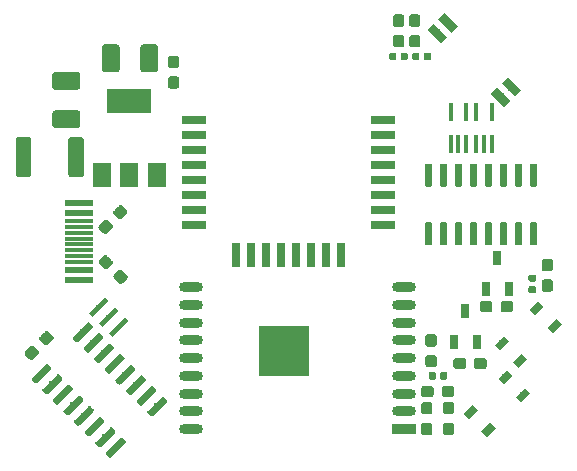
<source format=gbr>
%TF.GenerationSoftware,KiCad,Pcbnew,(5.1.4-0-10_14)*%
%TF.CreationDate,2019-11-19T00:54:02+08:00*%
%TF.ProjectId,z2m_partner,7a326d5f-7061-4727-946e-65722e6b6963,rev?*%
%TF.SameCoordinates,Original*%
%TF.FileFunction,Paste,Top*%
%TF.FilePolarity,Positive*%
%FSLAX46Y46*%
G04 Gerber Fmt 4.6, Leading zero omitted, Abs format (unit mm)*
G04 Created by KiCad (PCBNEW (5.1.4-0-10_14)) date 2019-11-19 00:54:02*
%MOMM*%
%LPD*%
G04 APERTURE LIST*
%ADD10R,0.650000X1.220000*%
%ADD11R,4.300000X4.300000*%
%ADD12O,2.000000X0.900000*%
%ADD13R,2.000000X0.900000*%
%ADD14C,0.350000*%
%ADD15C,0.950000*%
%ADD16C,1.500000*%
%ADD17C,1.300000*%
%ADD18C,0.760000*%
%ADD19C,0.650000*%
%ADD20C,0.600000*%
%ADD21R,2.000000X0.700000*%
%ADD22R,0.700000X2.000000*%
%ADD23R,0.400000X1.500000*%
%ADD24R,1.500000X2.000000*%
%ADD25R,3.800000X2.000000*%
%ADD26R,2.450000X0.600000*%
%ADD27R,2.450000X0.300000*%
%ADD28C,0.400000*%
%ADD29C,0.590000*%
G04 APERTURE END LIST*
D10*
X199650000Y-108720000D03*
X200600000Y-111340000D03*
X198700000Y-111340000D03*
D11*
X184317000Y-112165000D03*
D12*
X176437000Y-118745000D03*
X176437000Y-117245000D03*
X176437000Y-115745000D03*
X176437000Y-114245000D03*
X176437000Y-112745000D03*
X176437000Y-111245000D03*
X176437000Y-109745000D03*
X176437000Y-108245000D03*
X194437000Y-108245000D03*
X194437000Y-109745000D03*
X194437000Y-111245000D03*
X194437000Y-112745000D03*
X194437000Y-114245000D03*
X194437000Y-115745000D03*
X194437000Y-117245000D03*
D13*
X194437000Y-118745000D03*
D12*
X194437000Y-106745000D03*
X176437000Y-106745000D03*
D14*
G36*
X164237352Y-110443695D02*
G01*
X164260407Y-110447114D01*
X164283016Y-110452778D01*
X164304960Y-110460630D01*
X164326030Y-110470595D01*
X164346021Y-110482577D01*
X164364741Y-110496461D01*
X164382011Y-110512113D01*
X164717887Y-110847989D01*
X164733539Y-110865259D01*
X164747423Y-110883979D01*
X164759405Y-110903970D01*
X164769370Y-110925040D01*
X164777222Y-110946984D01*
X164782886Y-110969593D01*
X164786305Y-110992648D01*
X164787449Y-111015927D01*
X164786305Y-111039206D01*
X164782886Y-111062261D01*
X164777222Y-111084870D01*
X164769370Y-111106814D01*
X164759405Y-111127884D01*
X164747423Y-111147875D01*
X164733539Y-111166595D01*
X164717887Y-111183865D01*
X164311301Y-111590451D01*
X164294031Y-111606103D01*
X164275311Y-111619987D01*
X164255320Y-111631969D01*
X164234250Y-111641934D01*
X164212306Y-111649786D01*
X164189697Y-111655450D01*
X164166642Y-111658869D01*
X164143363Y-111660013D01*
X164120084Y-111658869D01*
X164097029Y-111655450D01*
X164074420Y-111649786D01*
X164052476Y-111641934D01*
X164031406Y-111631969D01*
X164011415Y-111619987D01*
X163992695Y-111606103D01*
X163975425Y-111590451D01*
X163639549Y-111254575D01*
X163623897Y-111237305D01*
X163610013Y-111218585D01*
X163598031Y-111198594D01*
X163588066Y-111177524D01*
X163580214Y-111155580D01*
X163574550Y-111132971D01*
X163571131Y-111109916D01*
X163569987Y-111086637D01*
X163571131Y-111063358D01*
X163574550Y-111040303D01*
X163580214Y-111017694D01*
X163588066Y-110995750D01*
X163598031Y-110974680D01*
X163610013Y-110954689D01*
X163623897Y-110935969D01*
X163639549Y-110918699D01*
X164046135Y-110512113D01*
X164063405Y-110496461D01*
X164082125Y-110482577D01*
X164102116Y-110470595D01*
X164123186Y-110460630D01*
X164145130Y-110452778D01*
X164167739Y-110447114D01*
X164190794Y-110443695D01*
X164214073Y-110442551D01*
X164237352Y-110443695D01*
X164237352Y-110443695D01*
G37*
D15*
X164178718Y-111051282D03*
D14*
G36*
X162999916Y-111681131D02*
G01*
X163022971Y-111684550D01*
X163045580Y-111690214D01*
X163067524Y-111698066D01*
X163088594Y-111708031D01*
X163108585Y-111720013D01*
X163127305Y-111733897D01*
X163144575Y-111749549D01*
X163480451Y-112085425D01*
X163496103Y-112102695D01*
X163509987Y-112121415D01*
X163521969Y-112141406D01*
X163531934Y-112162476D01*
X163539786Y-112184420D01*
X163545450Y-112207029D01*
X163548869Y-112230084D01*
X163550013Y-112253363D01*
X163548869Y-112276642D01*
X163545450Y-112299697D01*
X163539786Y-112322306D01*
X163531934Y-112344250D01*
X163521969Y-112365320D01*
X163509987Y-112385311D01*
X163496103Y-112404031D01*
X163480451Y-112421301D01*
X163073865Y-112827887D01*
X163056595Y-112843539D01*
X163037875Y-112857423D01*
X163017884Y-112869405D01*
X162996814Y-112879370D01*
X162974870Y-112887222D01*
X162952261Y-112892886D01*
X162929206Y-112896305D01*
X162905927Y-112897449D01*
X162882648Y-112896305D01*
X162859593Y-112892886D01*
X162836984Y-112887222D01*
X162815040Y-112879370D01*
X162793970Y-112869405D01*
X162773979Y-112857423D01*
X162755259Y-112843539D01*
X162737989Y-112827887D01*
X162402113Y-112492011D01*
X162386461Y-112474741D01*
X162372577Y-112456021D01*
X162360595Y-112436030D01*
X162350630Y-112414960D01*
X162342778Y-112393016D01*
X162337114Y-112370407D01*
X162333695Y-112347352D01*
X162332551Y-112324073D01*
X162333695Y-112300794D01*
X162337114Y-112277739D01*
X162342778Y-112255130D01*
X162350630Y-112233186D01*
X162360595Y-112212116D01*
X162372577Y-112192125D01*
X162386461Y-112173405D01*
X162402113Y-112156135D01*
X162808699Y-111749549D01*
X162825969Y-111733897D01*
X162844689Y-111720013D01*
X162864680Y-111708031D01*
X162885750Y-111698066D01*
X162907694Y-111690214D01*
X162930303Y-111684550D01*
X162953358Y-111681131D01*
X162976637Y-111679987D01*
X162999916Y-111681131D01*
X162999916Y-111681131D01*
G37*
D15*
X162941282Y-112288718D03*
D14*
G36*
X198490779Y-115106144D02*
G01*
X198513834Y-115109563D01*
X198536443Y-115115227D01*
X198558387Y-115123079D01*
X198579457Y-115133044D01*
X198599448Y-115145026D01*
X198618168Y-115158910D01*
X198635438Y-115174562D01*
X198651090Y-115191832D01*
X198664974Y-115210552D01*
X198676956Y-115230543D01*
X198686921Y-115251613D01*
X198694773Y-115273557D01*
X198700437Y-115296166D01*
X198703856Y-115319221D01*
X198705000Y-115342500D01*
X198705000Y-115817500D01*
X198703856Y-115840779D01*
X198700437Y-115863834D01*
X198694773Y-115886443D01*
X198686921Y-115908387D01*
X198676956Y-115929457D01*
X198664974Y-115949448D01*
X198651090Y-115968168D01*
X198635438Y-115985438D01*
X198618168Y-116001090D01*
X198599448Y-116014974D01*
X198579457Y-116026956D01*
X198558387Y-116036921D01*
X198536443Y-116044773D01*
X198513834Y-116050437D01*
X198490779Y-116053856D01*
X198467500Y-116055000D01*
X197892500Y-116055000D01*
X197869221Y-116053856D01*
X197846166Y-116050437D01*
X197823557Y-116044773D01*
X197801613Y-116036921D01*
X197780543Y-116026956D01*
X197760552Y-116014974D01*
X197741832Y-116001090D01*
X197724562Y-115985438D01*
X197708910Y-115968168D01*
X197695026Y-115949448D01*
X197683044Y-115929457D01*
X197673079Y-115908387D01*
X197665227Y-115886443D01*
X197659563Y-115863834D01*
X197656144Y-115840779D01*
X197655000Y-115817500D01*
X197655000Y-115342500D01*
X197656144Y-115319221D01*
X197659563Y-115296166D01*
X197665227Y-115273557D01*
X197673079Y-115251613D01*
X197683044Y-115230543D01*
X197695026Y-115210552D01*
X197708910Y-115191832D01*
X197724562Y-115174562D01*
X197741832Y-115158910D01*
X197760552Y-115145026D01*
X197780543Y-115133044D01*
X197801613Y-115123079D01*
X197823557Y-115115227D01*
X197846166Y-115109563D01*
X197869221Y-115106144D01*
X197892500Y-115105000D01*
X198467500Y-115105000D01*
X198490779Y-115106144D01*
X198490779Y-115106144D01*
G37*
D15*
X198180000Y-115580000D03*
D14*
G36*
X196740779Y-115106144D02*
G01*
X196763834Y-115109563D01*
X196786443Y-115115227D01*
X196808387Y-115123079D01*
X196829457Y-115133044D01*
X196849448Y-115145026D01*
X196868168Y-115158910D01*
X196885438Y-115174562D01*
X196901090Y-115191832D01*
X196914974Y-115210552D01*
X196926956Y-115230543D01*
X196936921Y-115251613D01*
X196944773Y-115273557D01*
X196950437Y-115296166D01*
X196953856Y-115319221D01*
X196955000Y-115342500D01*
X196955000Y-115817500D01*
X196953856Y-115840779D01*
X196950437Y-115863834D01*
X196944773Y-115886443D01*
X196936921Y-115908387D01*
X196926956Y-115929457D01*
X196914974Y-115949448D01*
X196901090Y-115968168D01*
X196885438Y-115985438D01*
X196868168Y-116001090D01*
X196849448Y-116014974D01*
X196829457Y-116026956D01*
X196808387Y-116036921D01*
X196786443Y-116044773D01*
X196763834Y-116050437D01*
X196740779Y-116053856D01*
X196717500Y-116055000D01*
X196142500Y-116055000D01*
X196119221Y-116053856D01*
X196096166Y-116050437D01*
X196073557Y-116044773D01*
X196051613Y-116036921D01*
X196030543Y-116026956D01*
X196010552Y-116014974D01*
X195991832Y-116001090D01*
X195974562Y-115985438D01*
X195958910Y-115968168D01*
X195945026Y-115949448D01*
X195933044Y-115929457D01*
X195923079Y-115908387D01*
X195915227Y-115886443D01*
X195909563Y-115863834D01*
X195906144Y-115840779D01*
X195905000Y-115817500D01*
X195905000Y-115342500D01*
X195906144Y-115319221D01*
X195909563Y-115296166D01*
X195915227Y-115273557D01*
X195923079Y-115251613D01*
X195933044Y-115230543D01*
X195945026Y-115210552D01*
X195958910Y-115191832D01*
X195974562Y-115174562D01*
X195991832Y-115158910D01*
X196010552Y-115145026D01*
X196030543Y-115133044D01*
X196051613Y-115123079D01*
X196073557Y-115115227D01*
X196096166Y-115109563D01*
X196119221Y-115106144D01*
X196142500Y-115105000D01*
X196717500Y-115105000D01*
X196740779Y-115106144D01*
X196740779Y-115106144D01*
G37*
D15*
X196430000Y-115580000D03*
D14*
G36*
X166809504Y-88516204D02*
G01*
X166833773Y-88519804D01*
X166857571Y-88525765D01*
X166880671Y-88534030D01*
X166902849Y-88544520D01*
X166923893Y-88557133D01*
X166943598Y-88571747D01*
X166961777Y-88588223D01*
X166978253Y-88606402D01*
X166992867Y-88626107D01*
X167005480Y-88647151D01*
X167015970Y-88669329D01*
X167024235Y-88692429D01*
X167030196Y-88716227D01*
X167033796Y-88740496D01*
X167035000Y-88765000D01*
X167035000Y-89765000D01*
X167033796Y-89789504D01*
X167030196Y-89813773D01*
X167024235Y-89837571D01*
X167015970Y-89860671D01*
X167005480Y-89882849D01*
X166992867Y-89903893D01*
X166978253Y-89923598D01*
X166961777Y-89941777D01*
X166943598Y-89958253D01*
X166923893Y-89972867D01*
X166902849Y-89985480D01*
X166880671Y-89995970D01*
X166857571Y-90004235D01*
X166833773Y-90010196D01*
X166809504Y-90013796D01*
X166785000Y-90015000D01*
X164935000Y-90015000D01*
X164910496Y-90013796D01*
X164886227Y-90010196D01*
X164862429Y-90004235D01*
X164839329Y-89995970D01*
X164817151Y-89985480D01*
X164796107Y-89972867D01*
X164776402Y-89958253D01*
X164758223Y-89941777D01*
X164741747Y-89923598D01*
X164727133Y-89903893D01*
X164714520Y-89882849D01*
X164704030Y-89860671D01*
X164695765Y-89837571D01*
X164689804Y-89813773D01*
X164686204Y-89789504D01*
X164685000Y-89765000D01*
X164685000Y-88765000D01*
X164686204Y-88740496D01*
X164689804Y-88716227D01*
X164695765Y-88692429D01*
X164704030Y-88669329D01*
X164714520Y-88647151D01*
X164727133Y-88626107D01*
X164741747Y-88606402D01*
X164758223Y-88588223D01*
X164776402Y-88571747D01*
X164796107Y-88557133D01*
X164817151Y-88544520D01*
X164839329Y-88534030D01*
X164862429Y-88525765D01*
X164886227Y-88519804D01*
X164910496Y-88516204D01*
X164935000Y-88515000D01*
X166785000Y-88515000D01*
X166809504Y-88516204D01*
X166809504Y-88516204D01*
G37*
D16*
X165860000Y-89265000D03*
D14*
G36*
X166809504Y-91766204D02*
G01*
X166833773Y-91769804D01*
X166857571Y-91775765D01*
X166880671Y-91784030D01*
X166902849Y-91794520D01*
X166923893Y-91807133D01*
X166943598Y-91821747D01*
X166961777Y-91838223D01*
X166978253Y-91856402D01*
X166992867Y-91876107D01*
X167005480Y-91897151D01*
X167015970Y-91919329D01*
X167024235Y-91942429D01*
X167030196Y-91966227D01*
X167033796Y-91990496D01*
X167035000Y-92015000D01*
X167035000Y-93015000D01*
X167033796Y-93039504D01*
X167030196Y-93063773D01*
X167024235Y-93087571D01*
X167015970Y-93110671D01*
X167005480Y-93132849D01*
X166992867Y-93153893D01*
X166978253Y-93173598D01*
X166961777Y-93191777D01*
X166943598Y-93208253D01*
X166923893Y-93222867D01*
X166902849Y-93235480D01*
X166880671Y-93245970D01*
X166857571Y-93254235D01*
X166833773Y-93260196D01*
X166809504Y-93263796D01*
X166785000Y-93265000D01*
X164935000Y-93265000D01*
X164910496Y-93263796D01*
X164886227Y-93260196D01*
X164862429Y-93254235D01*
X164839329Y-93245970D01*
X164817151Y-93235480D01*
X164796107Y-93222867D01*
X164776402Y-93208253D01*
X164758223Y-93191777D01*
X164741747Y-93173598D01*
X164727133Y-93153893D01*
X164714520Y-93132849D01*
X164704030Y-93110671D01*
X164695765Y-93087571D01*
X164689804Y-93063773D01*
X164686204Y-93039504D01*
X164685000Y-93015000D01*
X164685000Y-92015000D01*
X164686204Y-91990496D01*
X164689804Y-91966227D01*
X164695765Y-91942429D01*
X164704030Y-91919329D01*
X164714520Y-91897151D01*
X164727133Y-91876107D01*
X164741747Y-91856402D01*
X164758223Y-91838223D01*
X164776402Y-91821747D01*
X164796107Y-91807133D01*
X164817151Y-91794520D01*
X164839329Y-91784030D01*
X164862429Y-91775765D01*
X164886227Y-91769804D01*
X164910496Y-91766204D01*
X164935000Y-91765000D01*
X166785000Y-91765000D01*
X166809504Y-91766204D01*
X166809504Y-91766204D01*
G37*
D16*
X165860000Y-92515000D03*
D14*
G36*
X173399504Y-86186204D02*
G01*
X173423773Y-86189804D01*
X173447571Y-86195765D01*
X173470671Y-86204030D01*
X173492849Y-86214520D01*
X173513893Y-86227133D01*
X173533598Y-86241747D01*
X173551777Y-86258223D01*
X173568253Y-86276402D01*
X173582867Y-86296107D01*
X173595480Y-86317151D01*
X173605970Y-86339329D01*
X173614235Y-86362429D01*
X173620196Y-86386227D01*
X173623796Y-86410496D01*
X173625000Y-86435000D01*
X173625000Y-88285000D01*
X173623796Y-88309504D01*
X173620196Y-88333773D01*
X173614235Y-88357571D01*
X173605970Y-88380671D01*
X173595480Y-88402849D01*
X173582867Y-88423893D01*
X173568253Y-88443598D01*
X173551777Y-88461777D01*
X173533598Y-88478253D01*
X173513893Y-88492867D01*
X173492849Y-88505480D01*
X173470671Y-88515970D01*
X173447571Y-88524235D01*
X173423773Y-88530196D01*
X173399504Y-88533796D01*
X173375000Y-88535000D01*
X172375000Y-88535000D01*
X172350496Y-88533796D01*
X172326227Y-88530196D01*
X172302429Y-88524235D01*
X172279329Y-88515970D01*
X172257151Y-88505480D01*
X172236107Y-88492867D01*
X172216402Y-88478253D01*
X172198223Y-88461777D01*
X172181747Y-88443598D01*
X172167133Y-88423893D01*
X172154520Y-88402849D01*
X172144030Y-88380671D01*
X172135765Y-88357571D01*
X172129804Y-88333773D01*
X172126204Y-88309504D01*
X172125000Y-88285000D01*
X172125000Y-86435000D01*
X172126204Y-86410496D01*
X172129804Y-86386227D01*
X172135765Y-86362429D01*
X172144030Y-86339329D01*
X172154520Y-86317151D01*
X172167133Y-86296107D01*
X172181747Y-86276402D01*
X172198223Y-86258223D01*
X172216402Y-86241747D01*
X172236107Y-86227133D01*
X172257151Y-86214520D01*
X172279329Y-86204030D01*
X172302429Y-86195765D01*
X172326227Y-86189804D01*
X172350496Y-86186204D01*
X172375000Y-86185000D01*
X173375000Y-86185000D01*
X173399504Y-86186204D01*
X173399504Y-86186204D01*
G37*
D16*
X172875000Y-87360000D03*
D14*
G36*
X170149504Y-86186204D02*
G01*
X170173773Y-86189804D01*
X170197571Y-86195765D01*
X170220671Y-86204030D01*
X170242849Y-86214520D01*
X170263893Y-86227133D01*
X170283598Y-86241747D01*
X170301777Y-86258223D01*
X170318253Y-86276402D01*
X170332867Y-86296107D01*
X170345480Y-86317151D01*
X170355970Y-86339329D01*
X170364235Y-86362429D01*
X170370196Y-86386227D01*
X170373796Y-86410496D01*
X170375000Y-86435000D01*
X170375000Y-88285000D01*
X170373796Y-88309504D01*
X170370196Y-88333773D01*
X170364235Y-88357571D01*
X170355970Y-88380671D01*
X170345480Y-88402849D01*
X170332867Y-88423893D01*
X170318253Y-88443598D01*
X170301777Y-88461777D01*
X170283598Y-88478253D01*
X170263893Y-88492867D01*
X170242849Y-88505480D01*
X170220671Y-88515970D01*
X170197571Y-88524235D01*
X170173773Y-88530196D01*
X170149504Y-88533796D01*
X170125000Y-88535000D01*
X169125000Y-88535000D01*
X169100496Y-88533796D01*
X169076227Y-88530196D01*
X169052429Y-88524235D01*
X169029329Y-88515970D01*
X169007151Y-88505480D01*
X168986107Y-88492867D01*
X168966402Y-88478253D01*
X168948223Y-88461777D01*
X168931747Y-88443598D01*
X168917133Y-88423893D01*
X168904520Y-88402849D01*
X168894030Y-88380671D01*
X168885765Y-88357571D01*
X168879804Y-88333773D01*
X168876204Y-88309504D01*
X168875000Y-88285000D01*
X168875000Y-86435000D01*
X168876204Y-86410496D01*
X168879804Y-86386227D01*
X168885765Y-86362429D01*
X168894030Y-86339329D01*
X168904520Y-86317151D01*
X168917133Y-86296107D01*
X168931747Y-86276402D01*
X168948223Y-86258223D01*
X168966402Y-86241747D01*
X168986107Y-86227133D01*
X169007151Y-86214520D01*
X169029329Y-86204030D01*
X169052429Y-86195765D01*
X169076227Y-86189804D01*
X169100496Y-86186204D01*
X169125000Y-86185000D01*
X170125000Y-86185000D01*
X170149504Y-86186204D01*
X170149504Y-86186204D01*
G37*
D16*
X169625000Y-87360000D03*
D14*
G36*
X175200779Y-87131144D02*
G01*
X175223834Y-87134563D01*
X175246443Y-87140227D01*
X175268387Y-87148079D01*
X175289457Y-87158044D01*
X175309448Y-87170026D01*
X175328168Y-87183910D01*
X175345438Y-87199562D01*
X175361090Y-87216832D01*
X175374974Y-87235552D01*
X175386956Y-87255543D01*
X175396921Y-87276613D01*
X175404773Y-87298557D01*
X175410437Y-87321166D01*
X175413856Y-87344221D01*
X175415000Y-87367500D01*
X175415000Y-87942500D01*
X175413856Y-87965779D01*
X175410437Y-87988834D01*
X175404773Y-88011443D01*
X175396921Y-88033387D01*
X175386956Y-88054457D01*
X175374974Y-88074448D01*
X175361090Y-88093168D01*
X175345438Y-88110438D01*
X175328168Y-88126090D01*
X175309448Y-88139974D01*
X175289457Y-88151956D01*
X175268387Y-88161921D01*
X175246443Y-88169773D01*
X175223834Y-88175437D01*
X175200779Y-88178856D01*
X175177500Y-88180000D01*
X174702500Y-88180000D01*
X174679221Y-88178856D01*
X174656166Y-88175437D01*
X174633557Y-88169773D01*
X174611613Y-88161921D01*
X174590543Y-88151956D01*
X174570552Y-88139974D01*
X174551832Y-88126090D01*
X174534562Y-88110438D01*
X174518910Y-88093168D01*
X174505026Y-88074448D01*
X174493044Y-88054457D01*
X174483079Y-88033387D01*
X174475227Y-88011443D01*
X174469563Y-87988834D01*
X174466144Y-87965779D01*
X174465000Y-87942500D01*
X174465000Y-87367500D01*
X174466144Y-87344221D01*
X174469563Y-87321166D01*
X174475227Y-87298557D01*
X174483079Y-87276613D01*
X174493044Y-87255543D01*
X174505026Y-87235552D01*
X174518910Y-87216832D01*
X174534562Y-87199562D01*
X174551832Y-87183910D01*
X174570552Y-87170026D01*
X174590543Y-87158044D01*
X174611613Y-87148079D01*
X174633557Y-87140227D01*
X174656166Y-87134563D01*
X174679221Y-87131144D01*
X174702500Y-87130000D01*
X175177500Y-87130000D01*
X175200779Y-87131144D01*
X175200779Y-87131144D01*
G37*
D15*
X174940000Y-87655000D03*
D14*
G36*
X175200779Y-88881144D02*
G01*
X175223834Y-88884563D01*
X175246443Y-88890227D01*
X175268387Y-88898079D01*
X175289457Y-88908044D01*
X175309448Y-88920026D01*
X175328168Y-88933910D01*
X175345438Y-88949562D01*
X175361090Y-88966832D01*
X175374974Y-88985552D01*
X175386956Y-89005543D01*
X175396921Y-89026613D01*
X175404773Y-89048557D01*
X175410437Y-89071166D01*
X175413856Y-89094221D01*
X175415000Y-89117500D01*
X175415000Y-89692500D01*
X175413856Y-89715779D01*
X175410437Y-89738834D01*
X175404773Y-89761443D01*
X175396921Y-89783387D01*
X175386956Y-89804457D01*
X175374974Y-89824448D01*
X175361090Y-89843168D01*
X175345438Y-89860438D01*
X175328168Y-89876090D01*
X175309448Y-89889974D01*
X175289457Y-89901956D01*
X175268387Y-89911921D01*
X175246443Y-89919773D01*
X175223834Y-89925437D01*
X175200779Y-89928856D01*
X175177500Y-89930000D01*
X174702500Y-89930000D01*
X174679221Y-89928856D01*
X174656166Y-89925437D01*
X174633557Y-89919773D01*
X174611613Y-89911921D01*
X174590543Y-89901956D01*
X174570552Y-89889974D01*
X174551832Y-89876090D01*
X174534562Y-89860438D01*
X174518910Y-89843168D01*
X174505026Y-89824448D01*
X174493044Y-89804457D01*
X174483079Y-89783387D01*
X174475227Y-89761443D01*
X174469563Y-89738834D01*
X174466144Y-89715779D01*
X174465000Y-89692500D01*
X174465000Y-89117500D01*
X174466144Y-89094221D01*
X174469563Y-89071166D01*
X174475227Y-89048557D01*
X174483079Y-89026613D01*
X174493044Y-89005543D01*
X174505026Y-88985552D01*
X174518910Y-88966832D01*
X174534562Y-88949562D01*
X174551832Y-88933910D01*
X174570552Y-88920026D01*
X174590543Y-88908044D01*
X174611613Y-88898079D01*
X174633557Y-88890227D01*
X174656166Y-88884563D01*
X174679221Y-88881144D01*
X174702500Y-88880000D01*
X175177500Y-88880000D01*
X175200779Y-88881144D01*
X175200779Y-88881144D01*
G37*
D15*
X174940000Y-89405000D03*
D14*
G36*
X162659504Y-94031204D02*
G01*
X162683773Y-94034804D01*
X162707571Y-94040765D01*
X162730671Y-94049030D01*
X162752849Y-94059520D01*
X162773893Y-94072133D01*
X162793598Y-94086747D01*
X162811777Y-94103223D01*
X162828253Y-94121402D01*
X162842867Y-94141107D01*
X162855480Y-94162151D01*
X162865970Y-94184329D01*
X162874235Y-94207429D01*
X162880196Y-94231227D01*
X162883796Y-94255496D01*
X162885000Y-94280000D01*
X162885000Y-97180000D01*
X162883796Y-97204504D01*
X162880196Y-97228773D01*
X162874235Y-97252571D01*
X162865970Y-97275671D01*
X162855480Y-97297849D01*
X162842867Y-97318893D01*
X162828253Y-97338598D01*
X162811777Y-97356777D01*
X162793598Y-97373253D01*
X162773893Y-97387867D01*
X162752849Y-97400480D01*
X162730671Y-97410970D01*
X162707571Y-97419235D01*
X162683773Y-97425196D01*
X162659504Y-97428796D01*
X162635000Y-97430000D01*
X161835000Y-97430000D01*
X161810496Y-97428796D01*
X161786227Y-97425196D01*
X161762429Y-97419235D01*
X161739329Y-97410970D01*
X161717151Y-97400480D01*
X161696107Y-97387867D01*
X161676402Y-97373253D01*
X161658223Y-97356777D01*
X161641747Y-97338598D01*
X161627133Y-97318893D01*
X161614520Y-97297849D01*
X161604030Y-97275671D01*
X161595765Y-97252571D01*
X161589804Y-97228773D01*
X161586204Y-97204504D01*
X161585000Y-97180000D01*
X161585000Y-94280000D01*
X161586204Y-94255496D01*
X161589804Y-94231227D01*
X161595765Y-94207429D01*
X161604030Y-94184329D01*
X161614520Y-94162151D01*
X161627133Y-94141107D01*
X161641747Y-94121402D01*
X161658223Y-94103223D01*
X161676402Y-94086747D01*
X161696107Y-94072133D01*
X161717151Y-94059520D01*
X161739329Y-94049030D01*
X161762429Y-94040765D01*
X161786227Y-94034804D01*
X161810496Y-94031204D01*
X161835000Y-94030000D01*
X162635000Y-94030000D01*
X162659504Y-94031204D01*
X162659504Y-94031204D01*
G37*
D17*
X162235000Y-95730000D03*
D14*
G36*
X167109504Y-94031204D02*
G01*
X167133773Y-94034804D01*
X167157571Y-94040765D01*
X167180671Y-94049030D01*
X167202849Y-94059520D01*
X167223893Y-94072133D01*
X167243598Y-94086747D01*
X167261777Y-94103223D01*
X167278253Y-94121402D01*
X167292867Y-94141107D01*
X167305480Y-94162151D01*
X167315970Y-94184329D01*
X167324235Y-94207429D01*
X167330196Y-94231227D01*
X167333796Y-94255496D01*
X167335000Y-94280000D01*
X167335000Y-97180000D01*
X167333796Y-97204504D01*
X167330196Y-97228773D01*
X167324235Y-97252571D01*
X167315970Y-97275671D01*
X167305480Y-97297849D01*
X167292867Y-97318893D01*
X167278253Y-97338598D01*
X167261777Y-97356777D01*
X167243598Y-97373253D01*
X167223893Y-97387867D01*
X167202849Y-97400480D01*
X167180671Y-97410970D01*
X167157571Y-97419235D01*
X167133773Y-97425196D01*
X167109504Y-97428796D01*
X167085000Y-97430000D01*
X166285000Y-97430000D01*
X166260496Y-97428796D01*
X166236227Y-97425196D01*
X166212429Y-97419235D01*
X166189329Y-97410970D01*
X166167151Y-97400480D01*
X166146107Y-97387867D01*
X166126402Y-97373253D01*
X166108223Y-97356777D01*
X166091747Y-97338598D01*
X166077133Y-97318893D01*
X166064520Y-97297849D01*
X166054030Y-97275671D01*
X166045765Y-97252571D01*
X166039804Y-97228773D01*
X166036204Y-97204504D01*
X166035000Y-97180000D01*
X166035000Y-94280000D01*
X166036204Y-94255496D01*
X166039804Y-94231227D01*
X166045765Y-94207429D01*
X166054030Y-94184329D01*
X166064520Y-94162151D01*
X166077133Y-94141107D01*
X166091747Y-94121402D01*
X166108223Y-94103223D01*
X166126402Y-94086747D01*
X166146107Y-94072133D01*
X166167151Y-94059520D01*
X166189329Y-94049030D01*
X166212429Y-94040765D01*
X166236227Y-94034804D01*
X166260496Y-94031204D01*
X166285000Y-94030000D01*
X167085000Y-94030000D01*
X167109504Y-94031204D01*
X167109504Y-94031204D01*
G37*
D17*
X166685000Y-95730000D03*
D14*
G36*
X195620779Y-83641144D02*
G01*
X195643834Y-83644563D01*
X195666443Y-83650227D01*
X195688387Y-83658079D01*
X195709457Y-83668044D01*
X195729448Y-83680026D01*
X195748168Y-83693910D01*
X195765438Y-83709562D01*
X195781090Y-83726832D01*
X195794974Y-83745552D01*
X195806956Y-83765543D01*
X195816921Y-83786613D01*
X195824773Y-83808557D01*
X195830437Y-83831166D01*
X195833856Y-83854221D01*
X195835000Y-83877500D01*
X195835000Y-84452500D01*
X195833856Y-84475779D01*
X195830437Y-84498834D01*
X195824773Y-84521443D01*
X195816921Y-84543387D01*
X195806956Y-84564457D01*
X195794974Y-84584448D01*
X195781090Y-84603168D01*
X195765438Y-84620438D01*
X195748168Y-84636090D01*
X195729448Y-84649974D01*
X195709457Y-84661956D01*
X195688387Y-84671921D01*
X195666443Y-84679773D01*
X195643834Y-84685437D01*
X195620779Y-84688856D01*
X195597500Y-84690000D01*
X195122500Y-84690000D01*
X195099221Y-84688856D01*
X195076166Y-84685437D01*
X195053557Y-84679773D01*
X195031613Y-84671921D01*
X195010543Y-84661956D01*
X194990552Y-84649974D01*
X194971832Y-84636090D01*
X194954562Y-84620438D01*
X194938910Y-84603168D01*
X194925026Y-84584448D01*
X194913044Y-84564457D01*
X194903079Y-84543387D01*
X194895227Y-84521443D01*
X194889563Y-84498834D01*
X194886144Y-84475779D01*
X194885000Y-84452500D01*
X194885000Y-83877500D01*
X194886144Y-83854221D01*
X194889563Y-83831166D01*
X194895227Y-83808557D01*
X194903079Y-83786613D01*
X194913044Y-83765543D01*
X194925026Y-83745552D01*
X194938910Y-83726832D01*
X194954562Y-83709562D01*
X194971832Y-83693910D01*
X194990552Y-83680026D01*
X195010543Y-83668044D01*
X195031613Y-83658079D01*
X195053557Y-83650227D01*
X195076166Y-83644563D01*
X195099221Y-83641144D01*
X195122500Y-83640000D01*
X195597500Y-83640000D01*
X195620779Y-83641144D01*
X195620779Y-83641144D01*
G37*
D15*
X195360000Y-84165000D03*
D14*
G36*
X195620779Y-85391144D02*
G01*
X195643834Y-85394563D01*
X195666443Y-85400227D01*
X195688387Y-85408079D01*
X195709457Y-85418044D01*
X195729448Y-85430026D01*
X195748168Y-85443910D01*
X195765438Y-85459562D01*
X195781090Y-85476832D01*
X195794974Y-85495552D01*
X195806956Y-85515543D01*
X195816921Y-85536613D01*
X195824773Y-85558557D01*
X195830437Y-85581166D01*
X195833856Y-85604221D01*
X195835000Y-85627500D01*
X195835000Y-86202500D01*
X195833856Y-86225779D01*
X195830437Y-86248834D01*
X195824773Y-86271443D01*
X195816921Y-86293387D01*
X195806956Y-86314457D01*
X195794974Y-86334448D01*
X195781090Y-86353168D01*
X195765438Y-86370438D01*
X195748168Y-86386090D01*
X195729448Y-86399974D01*
X195709457Y-86411956D01*
X195688387Y-86421921D01*
X195666443Y-86429773D01*
X195643834Y-86435437D01*
X195620779Y-86438856D01*
X195597500Y-86440000D01*
X195122500Y-86440000D01*
X195099221Y-86438856D01*
X195076166Y-86435437D01*
X195053557Y-86429773D01*
X195031613Y-86421921D01*
X195010543Y-86411956D01*
X194990552Y-86399974D01*
X194971832Y-86386090D01*
X194954562Y-86370438D01*
X194938910Y-86353168D01*
X194925026Y-86334448D01*
X194913044Y-86314457D01*
X194903079Y-86293387D01*
X194895227Y-86271443D01*
X194889563Y-86248834D01*
X194886144Y-86225779D01*
X194885000Y-86202500D01*
X194885000Y-85627500D01*
X194886144Y-85604221D01*
X194889563Y-85581166D01*
X194895227Y-85558557D01*
X194903079Y-85536613D01*
X194913044Y-85515543D01*
X194925026Y-85495552D01*
X194938910Y-85476832D01*
X194954562Y-85459562D01*
X194971832Y-85443910D01*
X194990552Y-85430026D01*
X195010543Y-85418044D01*
X195031613Y-85408079D01*
X195053557Y-85400227D01*
X195076166Y-85394563D01*
X195099221Y-85391144D01*
X195122500Y-85390000D01*
X195597500Y-85390000D01*
X195620779Y-85391144D01*
X195620779Y-85391144D01*
G37*
D15*
X195360000Y-85915000D03*
D14*
G36*
X194250779Y-85391144D02*
G01*
X194273834Y-85394563D01*
X194296443Y-85400227D01*
X194318387Y-85408079D01*
X194339457Y-85418044D01*
X194359448Y-85430026D01*
X194378168Y-85443910D01*
X194395438Y-85459562D01*
X194411090Y-85476832D01*
X194424974Y-85495552D01*
X194436956Y-85515543D01*
X194446921Y-85536613D01*
X194454773Y-85558557D01*
X194460437Y-85581166D01*
X194463856Y-85604221D01*
X194465000Y-85627500D01*
X194465000Y-86202500D01*
X194463856Y-86225779D01*
X194460437Y-86248834D01*
X194454773Y-86271443D01*
X194446921Y-86293387D01*
X194436956Y-86314457D01*
X194424974Y-86334448D01*
X194411090Y-86353168D01*
X194395438Y-86370438D01*
X194378168Y-86386090D01*
X194359448Y-86399974D01*
X194339457Y-86411956D01*
X194318387Y-86421921D01*
X194296443Y-86429773D01*
X194273834Y-86435437D01*
X194250779Y-86438856D01*
X194227500Y-86440000D01*
X193752500Y-86440000D01*
X193729221Y-86438856D01*
X193706166Y-86435437D01*
X193683557Y-86429773D01*
X193661613Y-86421921D01*
X193640543Y-86411956D01*
X193620552Y-86399974D01*
X193601832Y-86386090D01*
X193584562Y-86370438D01*
X193568910Y-86353168D01*
X193555026Y-86334448D01*
X193543044Y-86314457D01*
X193533079Y-86293387D01*
X193525227Y-86271443D01*
X193519563Y-86248834D01*
X193516144Y-86225779D01*
X193515000Y-86202500D01*
X193515000Y-85627500D01*
X193516144Y-85604221D01*
X193519563Y-85581166D01*
X193525227Y-85558557D01*
X193533079Y-85536613D01*
X193543044Y-85515543D01*
X193555026Y-85495552D01*
X193568910Y-85476832D01*
X193584562Y-85459562D01*
X193601832Y-85443910D01*
X193620552Y-85430026D01*
X193640543Y-85418044D01*
X193661613Y-85408079D01*
X193683557Y-85400227D01*
X193706166Y-85394563D01*
X193729221Y-85391144D01*
X193752500Y-85390000D01*
X194227500Y-85390000D01*
X194250779Y-85391144D01*
X194250779Y-85391144D01*
G37*
D15*
X193990000Y-85915000D03*
D14*
G36*
X194250779Y-83641144D02*
G01*
X194273834Y-83644563D01*
X194296443Y-83650227D01*
X194318387Y-83658079D01*
X194339457Y-83668044D01*
X194359448Y-83680026D01*
X194378168Y-83693910D01*
X194395438Y-83709562D01*
X194411090Y-83726832D01*
X194424974Y-83745552D01*
X194436956Y-83765543D01*
X194446921Y-83786613D01*
X194454773Y-83808557D01*
X194460437Y-83831166D01*
X194463856Y-83854221D01*
X194465000Y-83877500D01*
X194465000Y-84452500D01*
X194463856Y-84475779D01*
X194460437Y-84498834D01*
X194454773Y-84521443D01*
X194446921Y-84543387D01*
X194436956Y-84564457D01*
X194424974Y-84584448D01*
X194411090Y-84603168D01*
X194395438Y-84620438D01*
X194378168Y-84636090D01*
X194359448Y-84649974D01*
X194339457Y-84661956D01*
X194318387Y-84671921D01*
X194296443Y-84679773D01*
X194273834Y-84685437D01*
X194250779Y-84688856D01*
X194227500Y-84690000D01*
X193752500Y-84690000D01*
X193729221Y-84688856D01*
X193706166Y-84685437D01*
X193683557Y-84679773D01*
X193661613Y-84671921D01*
X193640543Y-84661956D01*
X193620552Y-84649974D01*
X193601832Y-84636090D01*
X193584562Y-84620438D01*
X193568910Y-84603168D01*
X193555026Y-84584448D01*
X193543044Y-84564457D01*
X193533079Y-84543387D01*
X193525227Y-84521443D01*
X193519563Y-84498834D01*
X193516144Y-84475779D01*
X193515000Y-84452500D01*
X193515000Y-83877500D01*
X193516144Y-83854221D01*
X193519563Y-83831166D01*
X193525227Y-83808557D01*
X193533079Y-83786613D01*
X193543044Y-83765543D01*
X193555026Y-83745552D01*
X193568910Y-83726832D01*
X193584562Y-83709562D01*
X193601832Y-83693910D01*
X193620552Y-83680026D01*
X193640543Y-83668044D01*
X193661613Y-83658079D01*
X193683557Y-83650227D01*
X193706166Y-83644563D01*
X193729221Y-83641144D01*
X193752500Y-83640000D01*
X194227500Y-83640000D01*
X194250779Y-83641144D01*
X194250779Y-83641144D01*
G37*
D15*
X193990000Y-84165000D03*
D14*
G36*
X206840779Y-106081144D02*
G01*
X206863834Y-106084563D01*
X206886443Y-106090227D01*
X206908387Y-106098079D01*
X206929457Y-106108044D01*
X206949448Y-106120026D01*
X206968168Y-106133910D01*
X206985438Y-106149562D01*
X207001090Y-106166832D01*
X207014974Y-106185552D01*
X207026956Y-106205543D01*
X207036921Y-106226613D01*
X207044773Y-106248557D01*
X207050437Y-106271166D01*
X207053856Y-106294221D01*
X207055000Y-106317500D01*
X207055000Y-106892500D01*
X207053856Y-106915779D01*
X207050437Y-106938834D01*
X207044773Y-106961443D01*
X207036921Y-106983387D01*
X207026956Y-107004457D01*
X207014974Y-107024448D01*
X207001090Y-107043168D01*
X206985438Y-107060438D01*
X206968168Y-107076090D01*
X206949448Y-107089974D01*
X206929457Y-107101956D01*
X206908387Y-107111921D01*
X206886443Y-107119773D01*
X206863834Y-107125437D01*
X206840779Y-107128856D01*
X206817500Y-107130000D01*
X206342500Y-107130000D01*
X206319221Y-107128856D01*
X206296166Y-107125437D01*
X206273557Y-107119773D01*
X206251613Y-107111921D01*
X206230543Y-107101956D01*
X206210552Y-107089974D01*
X206191832Y-107076090D01*
X206174562Y-107060438D01*
X206158910Y-107043168D01*
X206145026Y-107024448D01*
X206133044Y-107004457D01*
X206123079Y-106983387D01*
X206115227Y-106961443D01*
X206109563Y-106938834D01*
X206106144Y-106915779D01*
X206105000Y-106892500D01*
X206105000Y-106317500D01*
X206106144Y-106294221D01*
X206109563Y-106271166D01*
X206115227Y-106248557D01*
X206123079Y-106226613D01*
X206133044Y-106205543D01*
X206145026Y-106185552D01*
X206158910Y-106166832D01*
X206174562Y-106149562D01*
X206191832Y-106133910D01*
X206210552Y-106120026D01*
X206230543Y-106108044D01*
X206251613Y-106098079D01*
X206273557Y-106090227D01*
X206296166Y-106084563D01*
X206319221Y-106081144D01*
X206342500Y-106080000D01*
X206817500Y-106080000D01*
X206840779Y-106081144D01*
X206840779Y-106081144D01*
G37*
D15*
X206580000Y-106605000D03*
D14*
G36*
X206840779Y-104331144D02*
G01*
X206863834Y-104334563D01*
X206886443Y-104340227D01*
X206908387Y-104348079D01*
X206929457Y-104358044D01*
X206949448Y-104370026D01*
X206968168Y-104383910D01*
X206985438Y-104399562D01*
X207001090Y-104416832D01*
X207014974Y-104435552D01*
X207026956Y-104455543D01*
X207036921Y-104476613D01*
X207044773Y-104498557D01*
X207050437Y-104521166D01*
X207053856Y-104544221D01*
X207055000Y-104567500D01*
X207055000Y-105142500D01*
X207053856Y-105165779D01*
X207050437Y-105188834D01*
X207044773Y-105211443D01*
X207036921Y-105233387D01*
X207026956Y-105254457D01*
X207014974Y-105274448D01*
X207001090Y-105293168D01*
X206985438Y-105310438D01*
X206968168Y-105326090D01*
X206949448Y-105339974D01*
X206929457Y-105351956D01*
X206908387Y-105361921D01*
X206886443Y-105369773D01*
X206863834Y-105375437D01*
X206840779Y-105378856D01*
X206817500Y-105380000D01*
X206342500Y-105380000D01*
X206319221Y-105378856D01*
X206296166Y-105375437D01*
X206273557Y-105369773D01*
X206251613Y-105361921D01*
X206230543Y-105351956D01*
X206210552Y-105339974D01*
X206191832Y-105326090D01*
X206174562Y-105310438D01*
X206158910Y-105293168D01*
X206145026Y-105274448D01*
X206133044Y-105254457D01*
X206123079Y-105233387D01*
X206115227Y-105211443D01*
X206109563Y-105188834D01*
X206106144Y-105165779D01*
X206105000Y-105142500D01*
X206105000Y-104567500D01*
X206106144Y-104544221D01*
X206109563Y-104521166D01*
X206115227Y-104498557D01*
X206123079Y-104476613D01*
X206133044Y-104455543D01*
X206145026Y-104435552D01*
X206158910Y-104416832D01*
X206174562Y-104399562D01*
X206191832Y-104383910D01*
X206210552Y-104370026D01*
X206230543Y-104358044D01*
X206251613Y-104348079D01*
X206273557Y-104340227D01*
X206296166Y-104334563D01*
X206319221Y-104331144D01*
X206342500Y-104330000D01*
X206817500Y-104330000D01*
X206840779Y-104331144D01*
X206840779Y-104331144D01*
G37*
D15*
X206580000Y-104855000D03*
D14*
G36*
X196640779Y-116466144D02*
G01*
X196663834Y-116469563D01*
X196686443Y-116475227D01*
X196708387Y-116483079D01*
X196729457Y-116493044D01*
X196749448Y-116505026D01*
X196768168Y-116518910D01*
X196785438Y-116534562D01*
X196801090Y-116551832D01*
X196814974Y-116570552D01*
X196826956Y-116590543D01*
X196836921Y-116611613D01*
X196844773Y-116633557D01*
X196850437Y-116656166D01*
X196853856Y-116679221D01*
X196855000Y-116702500D01*
X196855000Y-117277500D01*
X196853856Y-117300779D01*
X196850437Y-117323834D01*
X196844773Y-117346443D01*
X196836921Y-117368387D01*
X196826956Y-117389457D01*
X196814974Y-117409448D01*
X196801090Y-117428168D01*
X196785438Y-117445438D01*
X196768168Y-117461090D01*
X196749448Y-117474974D01*
X196729457Y-117486956D01*
X196708387Y-117496921D01*
X196686443Y-117504773D01*
X196663834Y-117510437D01*
X196640779Y-117513856D01*
X196617500Y-117515000D01*
X196142500Y-117515000D01*
X196119221Y-117513856D01*
X196096166Y-117510437D01*
X196073557Y-117504773D01*
X196051613Y-117496921D01*
X196030543Y-117486956D01*
X196010552Y-117474974D01*
X195991832Y-117461090D01*
X195974562Y-117445438D01*
X195958910Y-117428168D01*
X195945026Y-117409448D01*
X195933044Y-117389457D01*
X195923079Y-117368387D01*
X195915227Y-117346443D01*
X195909563Y-117323834D01*
X195906144Y-117300779D01*
X195905000Y-117277500D01*
X195905000Y-116702500D01*
X195906144Y-116679221D01*
X195909563Y-116656166D01*
X195915227Y-116633557D01*
X195923079Y-116611613D01*
X195933044Y-116590543D01*
X195945026Y-116570552D01*
X195958910Y-116551832D01*
X195974562Y-116534562D01*
X195991832Y-116518910D01*
X196010552Y-116505026D01*
X196030543Y-116493044D01*
X196051613Y-116483079D01*
X196073557Y-116475227D01*
X196096166Y-116469563D01*
X196119221Y-116466144D01*
X196142500Y-116465000D01*
X196617500Y-116465000D01*
X196640779Y-116466144D01*
X196640779Y-116466144D01*
G37*
D15*
X196380000Y-116990000D03*
D14*
G36*
X196640779Y-118216144D02*
G01*
X196663834Y-118219563D01*
X196686443Y-118225227D01*
X196708387Y-118233079D01*
X196729457Y-118243044D01*
X196749448Y-118255026D01*
X196768168Y-118268910D01*
X196785438Y-118284562D01*
X196801090Y-118301832D01*
X196814974Y-118320552D01*
X196826956Y-118340543D01*
X196836921Y-118361613D01*
X196844773Y-118383557D01*
X196850437Y-118406166D01*
X196853856Y-118429221D01*
X196855000Y-118452500D01*
X196855000Y-119027500D01*
X196853856Y-119050779D01*
X196850437Y-119073834D01*
X196844773Y-119096443D01*
X196836921Y-119118387D01*
X196826956Y-119139457D01*
X196814974Y-119159448D01*
X196801090Y-119178168D01*
X196785438Y-119195438D01*
X196768168Y-119211090D01*
X196749448Y-119224974D01*
X196729457Y-119236956D01*
X196708387Y-119246921D01*
X196686443Y-119254773D01*
X196663834Y-119260437D01*
X196640779Y-119263856D01*
X196617500Y-119265000D01*
X196142500Y-119265000D01*
X196119221Y-119263856D01*
X196096166Y-119260437D01*
X196073557Y-119254773D01*
X196051613Y-119246921D01*
X196030543Y-119236956D01*
X196010552Y-119224974D01*
X195991832Y-119211090D01*
X195974562Y-119195438D01*
X195958910Y-119178168D01*
X195945026Y-119159448D01*
X195933044Y-119139457D01*
X195923079Y-119118387D01*
X195915227Y-119096443D01*
X195909563Y-119073834D01*
X195906144Y-119050779D01*
X195905000Y-119027500D01*
X195905000Y-118452500D01*
X195906144Y-118429221D01*
X195909563Y-118406166D01*
X195915227Y-118383557D01*
X195923079Y-118361613D01*
X195933044Y-118340543D01*
X195945026Y-118320552D01*
X195958910Y-118301832D01*
X195974562Y-118284562D01*
X195991832Y-118268910D01*
X196010552Y-118255026D01*
X196030543Y-118243044D01*
X196051613Y-118233079D01*
X196073557Y-118225227D01*
X196096166Y-118219563D01*
X196119221Y-118216144D01*
X196142500Y-118215000D01*
X196617500Y-118215000D01*
X196640779Y-118216144D01*
X196640779Y-118216144D01*
G37*
D15*
X196380000Y-118740000D03*
D14*
G36*
X198480779Y-116456144D02*
G01*
X198503834Y-116459563D01*
X198526443Y-116465227D01*
X198548387Y-116473079D01*
X198569457Y-116483044D01*
X198589448Y-116495026D01*
X198608168Y-116508910D01*
X198625438Y-116524562D01*
X198641090Y-116541832D01*
X198654974Y-116560552D01*
X198666956Y-116580543D01*
X198676921Y-116601613D01*
X198684773Y-116623557D01*
X198690437Y-116646166D01*
X198693856Y-116669221D01*
X198695000Y-116692500D01*
X198695000Y-117267500D01*
X198693856Y-117290779D01*
X198690437Y-117313834D01*
X198684773Y-117336443D01*
X198676921Y-117358387D01*
X198666956Y-117379457D01*
X198654974Y-117399448D01*
X198641090Y-117418168D01*
X198625438Y-117435438D01*
X198608168Y-117451090D01*
X198589448Y-117464974D01*
X198569457Y-117476956D01*
X198548387Y-117486921D01*
X198526443Y-117494773D01*
X198503834Y-117500437D01*
X198480779Y-117503856D01*
X198457500Y-117505000D01*
X197982500Y-117505000D01*
X197959221Y-117503856D01*
X197936166Y-117500437D01*
X197913557Y-117494773D01*
X197891613Y-117486921D01*
X197870543Y-117476956D01*
X197850552Y-117464974D01*
X197831832Y-117451090D01*
X197814562Y-117435438D01*
X197798910Y-117418168D01*
X197785026Y-117399448D01*
X197773044Y-117379457D01*
X197763079Y-117358387D01*
X197755227Y-117336443D01*
X197749563Y-117313834D01*
X197746144Y-117290779D01*
X197745000Y-117267500D01*
X197745000Y-116692500D01*
X197746144Y-116669221D01*
X197749563Y-116646166D01*
X197755227Y-116623557D01*
X197763079Y-116601613D01*
X197773044Y-116580543D01*
X197785026Y-116560552D01*
X197798910Y-116541832D01*
X197814562Y-116524562D01*
X197831832Y-116508910D01*
X197850552Y-116495026D01*
X197870543Y-116483044D01*
X197891613Y-116473079D01*
X197913557Y-116465227D01*
X197936166Y-116459563D01*
X197959221Y-116456144D01*
X197982500Y-116455000D01*
X198457500Y-116455000D01*
X198480779Y-116456144D01*
X198480779Y-116456144D01*
G37*
D15*
X198220000Y-116980000D03*
D14*
G36*
X198480779Y-118206144D02*
G01*
X198503834Y-118209563D01*
X198526443Y-118215227D01*
X198548387Y-118223079D01*
X198569457Y-118233044D01*
X198589448Y-118245026D01*
X198608168Y-118258910D01*
X198625438Y-118274562D01*
X198641090Y-118291832D01*
X198654974Y-118310552D01*
X198666956Y-118330543D01*
X198676921Y-118351613D01*
X198684773Y-118373557D01*
X198690437Y-118396166D01*
X198693856Y-118419221D01*
X198695000Y-118442500D01*
X198695000Y-119017500D01*
X198693856Y-119040779D01*
X198690437Y-119063834D01*
X198684773Y-119086443D01*
X198676921Y-119108387D01*
X198666956Y-119129457D01*
X198654974Y-119149448D01*
X198641090Y-119168168D01*
X198625438Y-119185438D01*
X198608168Y-119201090D01*
X198589448Y-119214974D01*
X198569457Y-119226956D01*
X198548387Y-119236921D01*
X198526443Y-119244773D01*
X198503834Y-119250437D01*
X198480779Y-119253856D01*
X198457500Y-119255000D01*
X197982500Y-119255000D01*
X197959221Y-119253856D01*
X197936166Y-119250437D01*
X197913557Y-119244773D01*
X197891613Y-119236921D01*
X197870543Y-119226956D01*
X197850552Y-119214974D01*
X197831832Y-119201090D01*
X197814562Y-119185438D01*
X197798910Y-119168168D01*
X197785026Y-119149448D01*
X197773044Y-119129457D01*
X197763079Y-119108387D01*
X197755227Y-119086443D01*
X197749563Y-119063834D01*
X197746144Y-119040779D01*
X197745000Y-119017500D01*
X197745000Y-118442500D01*
X197746144Y-118419221D01*
X197749563Y-118396166D01*
X197755227Y-118373557D01*
X197763079Y-118351613D01*
X197773044Y-118330543D01*
X197785026Y-118310552D01*
X197798910Y-118291832D01*
X197814562Y-118274562D01*
X197831832Y-118258910D01*
X197850552Y-118245026D01*
X197870543Y-118233044D01*
X197891613Y-118223079D01*
X197913557Y-118215227D01*
X197936166Y-118209563D01*
X197959221Y-118206144D01*
X197982500Y-118205000D01*
X198457500Y-118205000D01*
X198480779Y-118206144D01*
X198480779Y-118206144D01*
G37*
D15*
X198220000Y-118730000D03*
D14*
G36*
X197000779Y-112471144D02*
G01*
X197023834Y-112474563D01*
X197046443Y-112480227D01*
X197068387Y-112488079D01*
X197089457Y-112498044D01*
X197109448Y-112510026D01*
X197128168Y-112523910D01*
X197145438Y-112539562D01*
X197161090Y-112556832D01*
X197174974Y-112575552D01*
X197186956Y-112595543D01*
X197196921Y-112616613D01*
X197204773Y-112638557D01*
X197210437Y-112661166D01*
X197213856Y-112684221D01*
X197215000Y-112707500D01*
X197215000Y-113282500D01*
X197213856Y-113305779D01*
X197210437Y-113328834D01*
X197204773Y-113351443D01*
X197196921Y-113373387D01*
X197186956Y-113394457D01*
X197174974Y-113414448D01*
X197161090Y-113433168D01*
X197145438Y-113450438D01*
X197128168Y-113466090D01*
X197109448Y-113479974D01*
X197089457Y-113491956D01*
X197068387Y-113501921D01*
X197046443Y-113509773D01*
X197023834Y-113515437D01*
X197000779Y-113518856D01*
X196977500Y-113520000D01*
X196502500Y-113520000D01*
X196479221Y-113518856D01*
X196456166Y-113515437D01*
X196433557Y-113509773D01*
X196411613Y-113501921D01*
X196390543Y-113491956D01*
X196370552Y-113479974D01*
X196351832Y-113466090D01*
X196334562Y-113450438D01*
X196318910Y-113433168D01*
X196305026Y-113414448D01*
X196293044Y-113394457D01*
X196283079Y-113373387D01*
X196275227Y-113351443D01*
X196269563Y-113328834D01*
X196266144Y-113305779D01*
X196265000Y-113282500D01*
X196265000Y-112707500D01*
X196266144Y-112684221D01*
X196269563Y-112661166D01*
X196275227Y-112638557D01*
X196283079Y-112616613D01*
X196293044Y-112595543D01*
X196305026Y-112575552D01*
X196318910Y-112556832D01*
X196334562Y-112539562D01*
X196351832Y-112523910D01*
X196370552Y-112510026D01*
X196390543Y-112498044D01*
X196411613Y-112488079D01*
X196433557Y-112480227D01*
X196456166Y-112474563D01*
X196479221Y-112471144D01*
X196502500Y-112470000D01*
X196977500Y-112470000D01*
X197000779Y-112471144D01*
X197000779Y-112471144D01*
G37*
D15*
X196740000Y-112995000D03*
D14*
G36*
X197000779Y-110721144D02*
G01*
X197023834Y-110724563D01*
X197046443Y-110730227D01*
X197068387Y-110738079D01*
X197089457Y-110748044D01*
X197109448Y-110760026D01*
X197128168Y-110773910D01*
X197145438Y-110789562D01*
X197161090Y-110806832D01*
X197174974Y-110825552D01*
X197186956Y-110845543D01*
X197196921Y-110866613D01*
X197204773Y-110888557D01*
X197210437Y-110911166D01*
X197213856Y-110934221D01*
X197215000Y-110957500D01*
X197215000Y-111532500D01*
X197213856Y-111555779D01*
X197210437Y-111578834D01*
X197204773Y-111601443D01*
X197196921Y-111623387D01*
X197186956Y-111644457D01*
X197174974Y-111664448D01*
X197161090Y-111683168D01*
X197145438Y-111700438D01*
X197128168Y-111716090D01*
X197109448Y-111729974D01*
X197089457Y-111741956D01*
X197068387Y-111751921D01*
X197046443Y-111759773D01*
X197023834Y-111765437D01*
X197000779Y-111768856D01*
X196977500Y-111770000D01*
X196502500Y-111770000D01*
X196479221Y-111768856D01*
X196456166Y-111765437D01*
X196433557Y-111759773D01*
X196411613Y-111751921D01*
X196390543Y-111741956D01*
X196370552Y-111729974D01*
X196351832Y-111716090D01*
X196334562Y-111700438D01*
X196318910Y-111683168D01*
X196305026Y-111664448D01*
X196293044Y-111644457D01*
X196283079Y-111623387D01*
X196275227Y-111601443D01*
X196269563Y-111578834D01*
X196266144Y-111555779D01*
X196265000Y-111532500D01*
X196265000Y-110957500D01*
X196266144Y-110934221D01*
X196269563Y-110911166D01*
X196275227Y-110888557D01*
X196283079Y-110866613D01*
X196293044Y-110845543D01*
X196305026Y-110825552D01*
X196318910Y-110806832D01*
X196334562Y-110789562D01*
X196351832Y-110773910D01*
X196370552Y-110760026D01*
X196390543Y-110748044D01*
X196411613Y-110738079D01*
X196433557Y-110730227D01*
X196456166Y-110724563D01*
X196479221Y-110721144D01*
X196502500Y-110720000D01*
X196977500Y-110720000D01*
X197000779Y-110721144D01*
X197000779Y-110721144D01*
G37*
D15*
X196740000Y-111245000D03*
D18*
X197262910Y-85257936D03*
D14*
G36*
X198097296Y-85554921D02*
G01*
X197559895Y-86092322D01*
X196428524Y-84960951D01*
X196965925Y-84423550D01*
X198097296Y-85554921D01*
X198097296Y-85554921D01*
G37*
D18*
X203549090Y-89748064D03*
D14*
G36*
X204383476Y-90045049D02*
G01*
X203846075Y-90582450D01*
X202714704Y-89451079D01*
X203252105Y-88913678D01*
X204383476Y-90045049D01*
X204383476Y-90045049D01*
G37*
D18*
X198160936Y-84359910D03*
D14*
G36*
X198995322Y-84656895D02*
G01*
X198457921Y-85194296D01*
X197326550Y-84062925D01*
X197863951Y-83525524D01*
X198995322Y-84656895D01*
X198995322Y-84656895D01*
G37*
D18*
X202651064Y-90646090D03*
D14*
G36*
X203485450Y-90943075D02*
G01*
X202948049Y-91480476D01*
X201816678Y-90349105D01*
X202354079Y-89811704D01*
X203485450Y-90943075D01*
X203485450Y-90943075D01*
G37*
D19*
X204538386Y-115878893D03*
D14*
G36*
X204396965Y-116479934D02*
G01*
X203937345Y-116020314D01*
X204679807Y-115277852D01*
X205139427Y-115737472D01*
X204396965Y-116479934D01*
X204396965Y-116479934D01*
G37*
D19*
X201603893Y-118813386D03*
D14*
G36*
X201462472Y-119414427D02*
G01*
X201002852Y-118954807D01*
X201745314Y-118212345D01*
X202204934Y-118671965D01*
X201462472Y-119414427D01*
X201462472Y-119414427D01*
G37*
D19*
X203018107Y-114358614D03*
D14*
G36*
X202876686Y-114959655D02*
G01*
X202417066Y-114500035D01*
X203159528Y-113757573D01*
X203619148Y-114217193D01*
X202876686Y-114959655D01*
X202876686Y-114959655D01*
G37*
D19*
X200083614Y-117293107D03*
D14*
G36*
X199942193Y-117894148D02*
G01*
X199482573Y-117434528D01*
X200225035Y-116692066D01*
X200684655Y-117151686D01*
X199942193Y-117894148D01*
X199942193Y-117894148D01*
G37*
D19*
X207205386Y-110036893D03*
D14*
G36*
X207063965Y-110637934D02*
G01*
X206604345Y-110178314D01*
X207346807Y-109435852D01*
X207806427Y-109895472D01*
X207063965Y-110637934D01*
X207063965Y-110637934D01*
G37*
D19*
X204270893Y-112971386D03*
D14*
G36*
X204129472Y-113572427D02*
G01*
X203669852Y-113112807D01*
X204412314Y-112370345D01*
X204871934Y-112829965D01*
X204129472Y-113572427D01*
X204129472Y-113572427D01*
G37*
D19*
X205685107Y-108516614D03*
D14*
G36*
X205543686Y-109117655D02*
G01*
X205084066Y-108658035D01*
X205826528Y-107915573D01*
X206286148Y-108375193D01*
X205543686Y-109117655D01*
X205543686Y-109117655D01*
G37*
D19*
X202750614Y-111451107D03*
D14*
G36*
X202609193Y-112052148D02*
G01*
X202149573Y-111592528D01*
X202892035Y-110850066D01*
X203351655Y-111309686D01*
X202609193Y-112052148D01*
X202609193Y-112052148D01*
G37*
G36*
X170541000Y-119497472D02*
G01*
X170555561Y-119499632D01*
X170569840Y-119503209D01*
X170583700Y-119508168D01*
X170597007Y-119514462D01*
X170609633Y-119522030D01*
X170621456Y-119530798D01*
X170632363Y-119540684D01*
X170844495Y-119752816D01*
X170854381Y-119763723D01*
X170863149Y-119775546D01*
X170870717Y-119788172D01*
X170877011Y-119801479D01*
X170881970Y-119815339D01*
X170885547Y-119829618D01*
X170887707Y-119844179D01*
X170888429Y-119858882D01*
X170887707Y-119873585D01*
X170885547Y-119888146D01*
X170881970Y-119902425D01*
X170877011Y-119916285D01*
X170870717Y-119929592D01*
X170863149Y-119942218D01*
X170854381Y-119954041D01*
X170844495Y-119964948D01*
X169677769Y-121131674D01*
X169666862Y-121141560D01*
X169655039Y-121150328D01*
X169642413Y-121157896D01*
X169629106Y-121164190D01*
X169615246Y-121169149D01*
X169600967Y-121172726D01*
X169586406Y-121174886D01*
X169571703Y-121175608D01*
X169557000Y-121174886D01*
X169542439Y-121172726D01*
X169528160Y-121169149D01*
X169514300Y-121164190D01*
X169500993Y-121157896D01*
X169488367Y-121150328D01*
X169476544Y-121141560D01*
X169465637Y-121131674D01*
X169253505Y-120919542D01*
X169243619Y-120908635D01*
X169234851Y-120896812D01*
X169227283Y-120884186D01*
X169220989Y-120870879D01*
X169216030Y-120857019D01*
X169212453Y-120842740D01*
X169210293Y-120828179D01*
X169209571Y-120813476D01*
X169210293Y-120798773D01*
X169212453Y-120784212D01*
X169216030Y-120769933D01*
X169220989Y-120756073D01*
X169227283Y-120742766D01*
X169234851Y-120730140D01*
X169243619Y-120718317D01*
X169253505Y-120707410D01*
X170420231Y-119540684D01*
X170431138Y-119530798D01*
X170442961Y-119522030D01*
X170455587Y-119514462D01*
X170468894Y-119508168D01*
X170482754Y-119503209D01*
X170497033Y-119499632D01*
X170511594Y-119497472D01*
X170526297Y-119496750D01*
X170541000Y-119497472D01*
X170541000Y-119497472D01*
G37*
D20*
X170049000Y-120336179D03*
D14*
G36*
X169642975Y-118599446D02*
G01*
X169657536Y-118601606D01*
X169671815Y-118605183D01*
X169685675Y-118610142D01*
X169698982Y-118616436D01*
X169711608Y-118624004D01*
X169723431Y-118632772D01*
X169734338Y-118642658D01*
X169946470Y-118854790D01*
X169956356Y-118865697D01*
X169965124Y-118877520D01*
X169972692Y-118890146D01*
X169978986Y-118903453D01*
X169983945Y-118917313D01*
X169987522Y-118931592D01*
X169989682Y-118946153D01*
X169990404Y-118960856D01*
X169989682Y-118975559D01*
X169987522Y-118990120D01*
X169983945Y-119004399D01*
X169978986Y-119018259D01*
X169972692Y-119031566D01*
X169965124Y-119044192D01*
X169956356Y-119056015D01*
X169946470Y-119066922D01*
X168779744Y-120233648D01*
X168768837Y-120243534D01*
X168757014Y-120252302D01*
X168744388Y-120259870D01*
X168731081Y-120266164D01*
X168717221Y-120271123D01*
X168702942Y-120274700D01*
X168688381Y-120276860D01*
X168673678Y-120277582D01*
X168658975Y-120276860D01*
X168644414Y-120274700D01*
X168630135Y-120271123D01*
X168616275Y-120266164D01*
X168602968Y-120259870D01*
X168590342Y-120252302D01*
X168578519Y-120243534D01*
X168567612Y-120233648D01*
X168355480Y-120021516D01*
X168345594Y-120010609D01*
X168336826Y-119998786D01*
X168329258Y-119986160D01*
X168322964Y-119972853D01*
X168318005Y-119958993D01*
X168314428Y-119944714D01*
X168312268Y-119930153D01*
X168311546Y-119915450D01*
X168312268Y-119900747D01*
X168314428Y-119886186D01*
X168318005Y-119871907D01*
X168322964Y-119858047D01*
X168329258Y-119844740D01*
X168336826Y-119832114D01*
X168345594Y-119820291D01*
X168355480Y-119809384D01*
X169522206Y-118642658D01*
X169533113Y-118632772D01*
X169544936Y-118624004D01*
X169557562Y-118616436D01*
X169570869Y-118610142D01*
X169584729Y-118605183D01*
X169599008Y-118601606D01*
X169613569Y-118599446D01*
X169628272Y-118598724D01*
X169642975Y-118599446D01*
X169642975Y-118599446D01*
G37*
D20*
X169150975Y-119438153D03*
D14*
G36*
X168744949Y-117701421D02*
G01*
X168759510Y-117703581D01*
X168773789Y-117707158D01*
X168787649Y-117712117D01*
X168800956Y-117718411D01*
X168813582Y-117725979D01*
X168825405Y-117734747D01*
X168836312Y-117744633D01*
X169048444Y-117956765D01*
X169058330Y-117967672D01*
X169067098Y-117979495D01*
X169074666Y-117992121D01*
X169080960Y-118005428D01*
X169085919Y-118019288D01*
X169089496Y-118033567D01*
X169091656Y-118048128D01*
X169092378Y-118062831D01*
X169091656Y-118077534D01*
X169089496Y-118092095D01*
X169085919Y-118106374D01*
X169080960Y-118120234D01*
X169074666Y-118133541D01*
X169067098Y-118146167D01*
X169058330Y-118157990D01*
X169048444Y-118168897D01*
X167881718Y-119335623D01*
X167870811Y-119345509D01*
X167858988Y-119354277D01*
X167846362Y-119361845D01*
X167833055Y-119368139D01*
X167819195Y-119373098D01*
X167804916Y-119376675D01*
X167790355Y-119378835D01*
X167775652Y-119379557D01*
X167760949Y-119378835D01*
X167746388Y-119376675D01*
X167732109Y-119373098D01*
X167718249Y-119368139D01*
X167704942Y-119361845D01*
X167692316Y-119354277D01*
X167680493Y-119345509D01*
X167669586Y-119335623D01*
X167457454Y-119123491D01*
X167447568Y-119112584D01*
X167438800Y-119100761D01*
X167431232Y-119088135D01*
X167424938Y-119074828D01*
X167419979Y-119060968D01*
X167416402Y-119046689D01*
X167414242Y-119032128D01*
X167413520Y-119017425D01*
X167414242Y-119002722D01*
X167416402Y-118988161D01*
X167419979Y-118973882D01*
X167424938Y-118960022D01*
X167431232Y-118946715D01*
X167438800Y-118934089D01*
X167447568Y-118922266D01*
X167457454Y-118911359D01*
X168624180Y-117744633D01*
X168635087Y-117734747D01*
X168646910Y-117725979D01*
X168659536Y-117718411D01*
X168672843Y-117712117D01*
X168686703Y-117707158D01*
X168700982Y-117703581D01*
X168715543Y-117701421D01*
X168730246Y-117700699D01*
X168744949Y-117701421D01*
X168744949Y-117701421D01*
G37*
D20*
X168252949Y-118540128D03*
D14*
G36*
X167846924Y-116803395D02*
G01*
X167861485Y-116805555D01*
X167875764Y-116809132D01*
X167889624Y-116814091D01*
X167902931Y-116820385D01*
X167915557Y-116827953D01*
X167927380Y-116836721D01*
X167938287Y-116846607D01*
X168150419Y-117058739D01*
X168160305Y-117069646D01*
X168169073Y-117081469D01*
X168176641Y-117094095D01*
X168182935Y-117107402D01*
X168187894Y-117121262D01*
X168191471Y-117135541D01*
X168193631Y-117150102D01*
X168194353Y-117164805D01*
X168193631Y-117179508D01*
X168191471Y-117194069D01*
X168187894Y-117208348D01*
X168182935Y-117222208D01*
X168176641Y-117235515D01*
X168169073Y-117248141D01*
X168160305Y-117259964D01*
X168150419Y-117270871D01*
X166983693Y-118437597D01*
X166972786Y-118447483D01*
X166960963Y-118456251D01*
X166948337Y-118463819D01*
X166935030Y-118470113D01*
X166921170Y-118475072D01*
X166906891Y-118478649D01*
X166892330Y-118480809D01*
X166877627Y-118481531D01*
X166862924Y-118480809D01*
X166848363Y-118478649D01*
X166834084Y-118475072D01*
X166820224Y-118470113D01*
X166806917Y-118463819D01*
X166794291Y-118456251D01*
X166782468Y-118447483D01*
X166771561Y-118437597D01*
X166559429Y-118225465D01*
X166549543Y-118214558D01*
X166540775Y-118202735D01*
X166533207Y-118190109D01*
X166526913Y-118176802D01*
X166521954Y-118162942D01*
X166518377Y-118148663D01*
X166516217Y-118134102D01*
X166515495Y-118119399D01*
X166516217Y-118104696D01*
X166518377Y-118090135D01*
X166521954Y-118075856D01*
X166526913Y-118061996D01*
X166533207Y-118048689D01*
X166540775Y-118036063D01*
X166549543Y-118024240D01*
X166559429Y-118013333D01*
X167726155Y-116846607D01*
X167737062Y-116836721D01*
X167748885Y-116827953D01*
X167761511Y-116820385D01*
X167774818Y-116814091D01*
X167788678Y-116809132D01*
X167802957Y-116805555D01*
X167817518Y-116803395D01*
X167832221Y-116802673D01*
X167846924Y-116803395D01*
X167846924Y-116803395D01*
G37*
D20*
X167354924Y-117642102D03*
D14*
G36*
X166948898Y-115905369D02*
G01*
X166963459Y-115907529D01*
X166977738Y-115911106D01*
X166991598Y-115916065D01*
X167004905Y-115922359D01*
X167017531Y-115929927D01*
X167029354Y-115938695D01*
X167040261Y-115948581D01*
X167252393Y-116160713D01*
X167262279Y-116171620D01*
X167271047Y-116183443D01*
X167278615Y-116196069D01*
X167284909Y-116209376D01*
X167289868Y-116223236D01*
X167293445Y-116237515D01*
X167295605Y-116252076D01*
X167296327Y-116266779D01*
X167295605Y-116281482D01*
X167293445Y-116296043D01*
X167289868Y-116310322D01*
X167284909Y-116324182D01*
X167278615Y-116337489D01*
X167271047Y-116350115D01*
X167262279Y-116361938D01*
X167252393Y-116372845D01*
X166085667Y-117539571D01*
X166074760Y-117549457D01*
X166062937Y-117558225D01*
X166050311Y-117565793D01*
X166037004Y-117572087D01*
X166023144Y-117577046D01*
X166008865Y-117580623D01*
X165994304Y-117582783D01*
X165979601Y-117583505D01*
X165964898Y-117582783D01*
X165950337Y-117580623D01*
X165936058Y-117577046D01*
X165922198Y-117572087D01*
X165908891Y-117565793D01*
X165896265Y-117558225D01*
X165884442Y-117549457D01*
X165873535Y-117539571D01*
X165661403Y-117327439D01*
X165651517Y-117316532D01*
X165642749Y-117304709D01*
X165635181Y-117292083D01*
X165628887Y-117278776D01*
X165623928Y-117264916D01*
X165620351Y-117250637D01*
X165618191Y-117236076D01*
X165617469Y-117221373D01*
X165618191Y-117206670D01*
X165620351Y-117192109D01*
X165623928Y-117177830D01*
X165628887Y-117163970D01*
X165635181Y-117150663D01*
X165642749Y-117138037D01*
X165651517Y-117126214D01*
X165661403Y-117115307D01*
X166828129Y-115948581D01*
X166839036Y-115938695D01*
X166850859Y-115929927D01*
X166863485Y-115922359D01*
X166876792Y-115916065D01*
X166890652Y-115911106D01*
X166904931Y-115907529D01*
X166919492Y-115905369D01*
X166934195Y-115904647D01*
X166948898Y-115905369D01*
X166948898Y-115905369D01*
G37*
D20*
X166456898Y-116744076D03*
D14*
G36*
X166050872Y-115007344D02*
G01*
X166065433Y-115009504D01*
X166079712Y-115013081D01*
X166093572Y-115018040D01*
X166106879Y-115024334D01*
X166119505Y-115031902D01*
X166131328Y-115040670D01*
X166142235Y-115050556D01*
X166354367Y-115262688D01*
X166364253Y-115273595D01*
X166373021Y-115285418D01*
X166380589Y-115298044D01*
X166386883Y-115311351D01*
X166391842Y-115325211D01*
X166395419Y-115339490D01*
X166397579Y-115354051D01*
X166398301Y-115368754D01*
X166397579Y-115383457D01*
X166395419Y-115398018D01*
X166391842Y-115412297D01*
X166386883Y-115426157D01*
X166380589Y-115439464D01*
X166373021Y-115452090D01*
X166364253Y-115463913D01*
X166354367Y-115474820D01*
X165187641Y-116641546D01*
X165176734Y-116651432D01*
X165164911Y-116660200D01*
X165152285Y-116667768D01*
X165138978Y-116674062D01*
X165125118Y-116679021D01*
X165110839Y-116682598D01*
X165096278Y-116684758D01*
X165081575Y-116685480D01*
X165066872Y-116684758D01*
X165052311Y-116682598D01*
X165038032Y-116679021D01*
X165024172Y-116674062D01*
X165010865Y-116667768D01*
X164998239Y-116660200D01*
X164986416Y-116651432D01*
X164975509Y-116641546D01*
X164763377Y-116429414D01*
X164753491Y-116418507D01*
X164744723Y-116406684D01*
X164737155Y-116394058D01*
X164730861Y-116380751D01*
X164725902Y-116366891D01*
X164722325Y-116352612D01*
X164720165Y-116338051D01*
X164719443Y-116323348D01*
X164720165Y-116308645D01*
X164722325Y-116294084D01*
X164725902Y-116279805D01*
X164730861Y-116265945D01*
X164737155Y-116252638D01*
X164744723Y-116240012D01*
X164753491Y-116228189D01*
X164763377Y-116217282D01*
X165930103Y-115050556D01*
X165941010Y-115040670D01*
X165952833Y-115031902D01*
X165965459Y-115024334D01*
X165978766Y-115018040D01*
X165992626Y-115013081D01*
X166006905Y-115009504D01*
X166021466Y-115007344D01*
X166036169Y-115006622D01*
X166050872Y-115007344D01*
X166050872Y-115007344D01*
G37*
D20*
X165558872Y-115846051D03*
D14*
G36*
X165152847Y-114109318D02*
G01*
X165167408Y-114111478D01*
X165181687Y-114115055D01*
X165195547Y-114120014D01*
X165208854Y-114126308D01*
X165221480Y-114133876D01*
X165233303Y-114142644D01*
X165244210Y-114152530D01*
X165456342Y-114364662D01*
X165466228Y-114375569D01*
X165474996Y-114387392D01*
X165482564Y-114400018D01*
X165488858Y-114413325D01*
X165493817Y-114427185D01*
X165497394Y-114441464D01*
X165499554Y-114456025D01*
X165500276Y-114470728D01*
X165499554Y-114485431D01*
X165497394Y-114499992D01*
X165493817Y-114514271D01*
X165488858Y-114528131D01*
X165482564Y-114541438D01*
X165474996Y-114554064D01*
X165466228Y-114565887D01*
X165456342Y-114576794D01*
X164289616Y-115743520D01*
X164278709Y-115753406D01*
X164266886Y-115762174D01*
X164254260Y-115769742D01*
X164240953Y-115776036D01*
X164227093Y-115780995D01*
X164212814Y-115784572D01*
X164198253Y-115786732D01*
X164183550Y-115787454D01*
X164168847Y-115786732D01*
X164154286Y-115784572D01*
X164140007Y-115780995D01*
X164126147Y-115776036D01*
X164112840Y-115769742D01*
X164100214Y-115762174D01*
X164088391Y-115753406D01*
X164077484Y-115743520D01*
X163865352Y-115531388D01*
X163855466Y-115520481D01*
X163846698Y-115508658D01*
X163839130Y-115496032D01*
X163832836Y-115482725D01*
X163827877Y-115468865D01*
X163824300Y-115454586D01*
X163822140Y-115440025D01*
X163821418Y-115425322D01*
X163822140Y-115410619D01*
X163824300Y-115396058D01*
X163827877Y-115381779D01*
X163832836Y-115367919D01*
X163839130Y-115354612D01*
X163846698Y-115341986D01*
X163855466Y-115330163D01*
X163865352Y-115319256D01*
X165032078Y-114152530D01*
X165042985Y-114142644D01*
X165054808Y-114133876D01*
X165067434Y-114126308D01*
X165080741Y-114120014D01*
X165094601Y-114115055D01*
X165108880Y-114111478D01*
X165123441Y-114109318D01*
X165138144Y-114108596D01*
X165152847Y-114109318D01*
X165152847Y-114109318D01*
G37*
D20*
X164660847Y-114948025D03*
D14*
G36*
X164254821Y-113211293D02*
G01*
X164269382Y-113213453D01*
X164283661Y-113217030D01*
X164297521Y-113221989D01*
X164310828Y-113228283D01*
X164323454Y-113235851D01*
X164335277Y-113244619D01*
X164346184Y-113254505D01*
X164558316Y-113466637D01*
X164568202Y-113477544D01*
X164576970Y-113489367D01*
X164584538Y-113501993D01*
X164590832Y-113515300D01*
X164595791Y-113529160D01*
X164599368Y-113543439D01*
X164601528Y-113558000D01*
X164602250Y-113572703D01*
X164601528Y-113587406D01*
X164599368Y-113601967D01*
X164595791Y-113616246D01*
X164590832Y-113630106D01*
X164584538Y-113643413D01*
X164576970Y-113656039D01*
X164568202Y-113667862D01*
X164558316Y-113678769D01*
X163391590Y-114845495D01*
X163380683Y-114855381D01*
X163368860Y-114864149D01*
X163356234Y-114871717D01*
X163342927Y-114878011D01*
X163329067Y-114882970D01*
X163314788Y-114886547D01*
X163300227Y-114888707D01*
X163285524Y-114889429D01*
X163270821Y-114888707D01*
X163256260Y-114886547D01*
X163241981Y-114882970D01*
X163228121Y-114878011D01*
X163214814Y-114871717D01*
X163202188Y-114864149D01*
X163190365Y-114855381D01*
X163179458Y-114845495D01*
X162967326Y-114633363D01*
X162957440Y-114622456D01*
X162948672Y-114610633D01*
X162941104Y-114598007D01*
X162934810Y-114584700D01*
X162929851Y-114570840D01*
X162926274Y-114556561D01*
X162924114Y-114542000D01*
X162923392Y-114527297D01*
X162924114Y-114512594D01*
X162926274Y-114498033D01*
X162929851Y-114483754D01*
X162934810Y-114469894D01*
X162941104Y-114456587D01*
X162948672Y-114443961D01*
X162957440Y-114432138D01*
X162967326Y-114421231D01*
X164134052Y-113254505D01*
X164144959Y-113244619D01*
X164156782Y-113235851D01*
X164169408Y-113228283D01*
X164182715Y-113221989D01*
X164196575Y-113217030D01*
X164210854Y-113213453D01*
X164225415Y-113211293D01*
X164240118Y-113210571D01*
X164254821Y-113211293D01*
X164254821Y-113211293D01*
G37*
D20*
X163762821Y-114050000D03*
D14*
G36*
X167755000Y-109711114D02*
G01*
X167769561Y-109713274D01*
X167783840Y-109716851D01*
X167797700Y-109721810D01*
X167811007Y-109728104D01*
X167823633Y-109735672D01*
X167835456Y-109744440D01*
X167846363Y-109754326D01*
X168058495Y-109966458D01*
X168068381Y-109977365D01*
X168077149Y-109989188D01*
X168084717Y-110001814D01*
X168091011Y-110015121D01*
X168095970Y-110028981D01*
X168099547Y-110043260D01*
X168101707Y-110057821D01*
X168102429Y-110072524D01*
X168101707Y-110087227D01*
X168099547Y-110101788D01*
X168095970Y-110116067D01*
X168091011Y-110129927D01*
X168084717Y-110143234D01*
X168077149Y-110155860D01*
X168068381Y-110167683D01*
X168058495Y-110178590D01*
X166891769Y-111345316D01*
X166880862Y-111355202D01*
X166869039Y-111363970D01*
X166856413Y-111371538D01*
X166843106Y-111377832D01*
X166829246Y-111382791D01*
X166814967Y-111386368D01*
X166800406Y-111388528D01*
X166785703Y-111389250D01*
X166771000Y-111388528D01*
X166756439Y-111386368D01*
X166742160Y-111382791D01*
X166728300Y-111377832D01*
X166714993Y-111371538D01*
X166702367Y-111363970D01*
X166690544Y-111355202D01*
X166679637Y-111345316D01*
X166467505Y-111133184D01*
X166457619Y-111122277D01*
X166448851Y-111110454D01*
X166441283Y-111097828D01*
X166434989Y-111084521D01*
X166430030Y-111070661D01*
X166426453Y-111056382D01*
X166424293Y-111041821D01*
X166423571Y-111027118D01*
X166424293Y-111012415D01*
X166426453Y-110997854D01*
X166430030Y-110983575D01*
X166434989Y-110969715D01*
X166441283Y-110956408D01*
X166448851Y-110943782D01*
X166457619Y-110931959D01*
X166467505Y-110921052D01*
X167634231Y-109754326D01*
X167645138Y-109744440D01*
X167656961Y-109735672D01*
X167669587Y-109728104D01*
X167682894Y-109721810D01*
X167696754Y-109716851D01*
X167711033Y-109713274D01*
X167725594Y-109711114D01*
X167740297Y-109710392D01*
X167755000Y-109711114D01*
X167755000Y-109711114D01*
G37*
D20*
X167263000Y-110549821D03*
D14*
G36*
X168653025Y-110609140D02*
G01*
X168667586Y-110611300D01*
X168681865Y-110614877D01*
X168695725Y-110619836D01*
X168709032Y-110626130D01*
X168721658Y-110633698D01*
X168733481Y-110642466D01*
X168744388Y-110652352D01*
X168956520Y-110864484D01*
X168966406Y-110875391D01*
X168975174Y-110887214D01*
X168982742Y-110899840D01*
X168989036Y-110913147D01*
X168993995Y-110927007D01*
X168997572Y-110941286D01*
X168999732Y-110955847D01*
X169000454Y-110970550D01*
X168999732Y-110985253D01*
X168997572Y-110999814D01*
X168993995Y-111014093D01*
X168989036Y-111027953D01*
X168982742Y-111041260D01*
X168975174Y-111053886D01*
X168966406Y-111065709D01*
X168956520Y-111076616D01*
X167789794Y-112243342D01*
X167778887Y-112253228D01*
X167767064Y-112261996D01*
X167754438Y-112269564D01*
X167741131Y-112275858D01*
X167727271Y-112280817D01*
X167712992Y-112284394D01*
X167698431Y-112286554D01*
X167683728Y-112287276D01*
X167669025Y-112286554D01*
X167654464Y-112284394D01*
X167640185Y-112280817D01*
X167626325Y-112275858D01*
X167613018Y-112269564D01*
X167600392Y-112261996D01*
X167588569Y-112253228D01*
X167577662Y-112243342D01*
X167365530Y-112031210D01*
X167355644Y-112020303D01*
X167346876Y-112008480D01*
X167339308Y-111995854D01*
X167333014Y-111982547D01*
X167328055Y-111968687D01*
X167324478Y-111954408D01*
X167322318Y-111939847D01*
X167321596Y-111925144D01*
X167322318Y-111910441D01*
X167324478Y-111895880D01*
X167328055Y-111881601D01*
X167333014Y-111867741D01*
X167339308Y-111854434D01*
X167346876Y-111841808D01*
X167355644Y-111829985D01*
X167365530Y-111819078D01*
X168532256Y-110652352D01*
X168543163Y-110642466D01*
X168554986Y-110633698D01*
X168567612Y-110626130D01*
X168580919Y-110619836D01*
X168594779Y-110614877D01*
X168609058Y-110611300D01*
X168623619Y-110609140D01*
X168638322Y-110608418D01*
X168653025Y-110609140D01*
X168653025Y-110609140D01*
G37*
D20*
X168161025Y-111447847D03*
D14*
G36*
X169551051Y-111507165D02*
G01*
X169565612Y-111509325D01*
X169579891Y-111512902D01*
X169593751Y-111517861D01*
X169607058Y-111524155D01*
X169619684Y-111531723D01*
X169631507Y-111540491D01*
X169642414Y-111550377D01*
X169854546Y-111762509D01*
X169864432Y-111773416D01*
X169873200Y-111785239D01*
X169880768Y-111797865D01*
X169887062Y-111811172D01*
X169892021Y-111825032D01*
X169895598Y-111839311D01*
X169897758Y-111853872D01*
X169898480Y-111868575D01*
X169897758Y-111883278D01*
X169895598Y-111897839D01*
X169892021Y-111912118D01*
X169887062Y-111925978D01*
X169880768Y-111939285D01*
X169873200Y-111951911D01*
X169864432Y-111963734D01*
X169854546Y-111974641D01*
X168687820Y-113141367D01*
X168676913Y-113151253D01*
X168665090Y-113160021D01*
X168652464Y-113167589D01*
X168639157Y-113173883D01*
X168625297Y-113178842D01*
X168611018Y-113182419D01*
X168596457Y-113184579D01*
X168581754Y-113185301D01*
X168567051Y-113184579D01*
X168552490Y-113182419D01*
X168538211Y-113178842D01*
X168524351Y-113173883D01*
X168511044Y-113167589D01*
X168498418Y-113160021D01*
X168486595Y-113151253D01*
X168475688Y-113141367D01*
X168263556Y-112929235D01*
X168253670Y-112918328D01*
X168244902Y-112906505D01*
X168237334Y-112893879D01*
X168231040Y-112880572D01*
X168226081Y-112866712D01*
X168222504Y-112852433D01*
X168220344Y-112837872D01*
X168219622Y-112823169D01*
X168220344Y-112808466D01*
X168222504Y-112793905D01*
X168226081Y-112779626D01*
X168231040Y-112765766D01*
X168237334Y-112752459D01*
X168244902Y-112739833D01*
X168253670Y-112728010D01*
X168263556Y-112717103D01*
X169430282Y-111550377D01*
X169441189Y-111540491D01*
X169453012Y-111531723D01*
X169465638Y-111524155D01*
X169478945Y-111517861D01*
X169492805Y-111512902D01*
X169507084Y-111509325D01*
X169521645Y-111507165D01*
X169536348Y-111506443D01*
X169551051Y-111507165D01*
X169551051Y-111507165D01*
G37*
D20*
X169059051Y-112345872D03*
D14*
G36*
X170449076Y-112405191D02*
G01*
X170463637Y-112407351D01*
X170477916Y-112410928D01*
X170491776Y-112415887D01*
X170505083Y-112422181D01*
X170517709Y-112429749D01*
X170529532Y-112438517D01*
X170540439Y-112448403D01*
X170752571Y-112660535D01*
X170762457Y-112671442D01*
X170771225Y-112683265D01*
X170778793Y-112695891D01*
X170785087Y-112709198D01*
X170790046Y-112723058D01*
X170793623Y-112737337D01*
X170795783Y-112751898D01*
X170796505Y-112766601D01*
X170795783Y-112781304D01*
X170793623Y-112795865D01*
X170790046Y-112810144D01*
X170785087Y-112824004D01*
X170778793Y-112837311D01*
X170771225Y-112849937D01*
X170762457Y-112861760D01*
X170752571Y-112872667D01*
X169585845Y-114039393D01*
X169574938Y-114049279D01*
X169563115Y-114058047D01*
X169550489Y-114065615D01*
X169537182Y-114071909D01*
X169523322Y-114076868D01*
X169509043Y-114080445D01*
X169494482Y-114082605D01*
X169479779Y-114083327D01*
X169465076Y-114082605D01*
X169450515Y-114080445D01*
X169436236Y-114076868D01*
X169422376Y-114071909D01*
X169409069Y-114065615D01*
X169396443Y-114058047D01*
X169384620Y-114049279D01*
X169373713Y-114039393D01*
X169161581Y-113827261D01*
X169151695Y-113816354D01*
X169142927Y-113804531D01*
X169135359Y-113791905D01*
X169129065Y-113778598D01*
X169124106Y-113764738D01*
X169120529Y-113750459D01*
X169118369Y-113735898D01*
X169117647Y-113721195D01*
X169118369Y-113706492D01*
X169120529Y-113691931D01*
X169124106Y-113677652D01*
X169129065Y-113663792D01*
X169135359Y-113650485D01*
X169142927Y-113637859D01*
X169151695Y-113626036D01*
X169161581Y-113615129D01*
X170328307Y-112448403D01*
X170339214Y-112438517D01*
X170351037Y-112429749D01*
X170363663Y-112422181D01*
X170376970Y-112415887D01*
X170390830Y-112410928D01*
X170405109Y-112407351D01*
X170419670Y-112405191D01*
X170434373Y-112404469D01*
X170449076Y-112405191D01*
X170449076Y-112405191D01*
G37*
D20*
X169957076Y-113243898D03*
D14*
G36*
X171347102Y-113303217D02*
G01*
X171361663Y-113305377D01*
X171375942Y-113308954D01*
X171389802Y-113313913D01*
X171403109Y-113320207D01*
X171415735Y-113327775D01*
X171427558Y-113336543D01*
X171438465Y-113346429D01*
X171650597Y-113558561D01*
X171660483Y-113569468D01*
X171669251Y-113581291D01*
X171676819Y-113593917D01*
X171683113Y-113607224D01*
X171688072Y-113621084D01*
X171691649Y-113635363D01*
X171693809Y-113649924D01*
X171694531Y-113664627D01*
X171693809Y-113679330D01*
X171691649Y-113693891D01*
X171688072Y-113708170D01*
X171683113Y-113722030D01*
X171676819Y-113735337D01*
X171669251Y-113747963D01*
X171660483Y-113759786D01*
X171650597Y-113770693D01*
X170483871Y-114937419D01*
X170472964Y-114947305D01*
X170461141Y-114956073D01*
X170448515Y-114963641D01*
X170435208Y-114969935D01*
X170421348Y-114974894D01*
X170407069Y-114978471D01*
X170392508Y-114980631D01*
X170377805Y-114981353D01*
X170363102Y-114980631D01*
X170348541Y-114978471D01*
X170334262Y-114974894D01*
X170320402Y-114969935D01*
X170307095Y-114963641D01*
X170294469Y-114956073D01*
X170282646Y-114947305D01*
X170271739Y-114937419D01*
X170059607Y-114725287D01*
X170049721Y-114714380D01*
X170040953Y-114702557D01*
X170033385Y-114689931D01*
X170027091Y-114676624D01*
X170022132Y-114662764D01*
X170018555Y-114648485D01*
X170016395Y-114633924D01*
X170015673Y-114619221D01*
X170016395Y-114604518D01*
X170018555Y-114589957D01*
X170022132Y-114575678D01*
X170027091Y-114561818D01*
X170033385Y-114548511D01*
X170040953Y-114535885D01*
X170049721Y-114524062D01*
X170059607Y-114513155D01*
X171226333Y-113346429D01*
X171237240Y-113336543D01*
X171249063Y-113327775D01*
X171261689Y-113320207D01*
X171274996Y-113313913D01*
X171288856Y-113308954D01*
X171303135Y-113305377D01*
X171317696Y-113303217D01*
X171332399Y-113302495D01*
X171347102Y-113303217D01*
X171347102Y-113303217D01*
G37*
D20*
X170855102Y-114141924D03*
D14*
G36*
X172245128Y-114201242D02*
G01*
X172259689Y-114203402D01*
X172273968Y-114206979D01*
X172287828Y-114211938D01*
X172301135Y-114218232D01*
X172313761Y-114225800D01*
X172325584Y-114234568D01*
X172336491Y-114244454D01*
X172548623Y-114456586D01*
X172558509Y-114467493D01*
X172567277Y-114479316D01*
X172574845Y-114491942D01*
X172581139Y-114505249D01*
X172586098Y-114519109D01*
X172589675Y-114533388D01*
X172591835Y-114547949D01*
X172592557Y-114562652D01*
X172591835Y-114577355D01*
X172589675Y-114591916D01*
X172586098Y-114606195D01*
X172581139Y-114620055D01*
X172574845Y-114633362D01*
X172567277Y-114645988D01*
X172558509Y-114657811D01*
X172548623Y-114668718D01*
X171381897Y-115835444D01*
X171370990Y-115845330D01*
X171359167Y-115854098D01*
X171346541Y-115861666D01*
X171333234Y-115867960D01*
X171319374Y-115872919D01*
X171305095Y-115876496D01*
X171290534Y-115878656D01*
X171275831Y-115879378D01*
X171261128Y-115878656D01*
X171246567Y-115876496D01*
X171232288Y-115872919D01*
X171218428Y-115867960D01*
X171205121Y-115861666D01*
X171192495Y-115854098D01*
X171180672Y-115845330D01*
X171169765Y-115835444D01*
X170957633Y-115623312D01*
X170947747Y-115612405D01*
X170938979Y-115600582D01*
X170931411Y-115587956D01*
X170925117Y-115574649D01*
X170920158Y-115560789D01*
X170916581Y-115546510D01*
X170914421Y-115531949D01*
X170913699Y-115517246D01*
X170914421Y-115502543D01*
X170916581Y-115487982D01*
X170920158Y-115473703D01*
X170925117Y-115459843D01*
X170931411Y-115446536D01*
X170938979Y-115433910D01*
X170947747Y-115422087D01*
X170957633Y-115411180D01*
X172124359Y-114244454D01*
X172135266Y-114234568D01*
X172147089Y-114225800D01*
X172159715Y-114218232D01*
X172173022Y-114211938D01*
X172186882Y-114206979D01*
X172201161Y-114203402D01*
X172215722Y-114201242D01*
X172230425Y-114200520D01*
X172245128Y-114201242D01*
X172245128Y-114201242D01*
G37*
D20*
X171753128Y-115039949D03*
D14*
G36*
X173143153Y-115099268D02*
G01*
X173157714Y-115101428D01*
X173171993Y-115105005D01*
X173185853Y-115109964D01*
X173199160Y-115116258D01*
X173211786Y-115123826D01*
X173223609Y-115132594D01*
X173234516Y-115142480D01*
X173446648Y-115354612D01*
X173456534Y-115365519D01*
X173465302Y-115377342D01*
X173472870Y-115389968D01*
X173479164Y-115403275D01*
X173484123Y-115417135D01*
X173487700Y-115431414D01*
X173489860Y-115445975D01*
X173490582Y-115460678D01*
X173489860Y-115475381D01*
X173487700Y-115489942D01*
X173484123Y-115504221D01*
X173479164Y-115518081D01*
X173472870Y-115531388D01*
X173465302Y-115544014D01*
X173456534Y-115555837D01*
X173446648Y-115566744D01*
X172279922Y-116733470D01*
X172269015Y-116743356D01*
X172257192Y-116752124D01*
X172244566Y-116759692D01*
X172231259Y-116765986D01*
X172217399Y-116770945D01*
X172203120Y-116774522D01*
X172188559Y-116776682D01*
X172173856Y-116777404D01*
X172159153Y-116776682D01*
X172144592Y-116774522D01*
X172130313Y-116770945D01*
X172116453Y-116765986D01*
X172103146Y-116759692D01*
X172090520Y-116752124D01*
X172078697Y-116743356D01*
X172067790Y-116733470D01*
X171855658Y-116521338D01*
X171845772Y-116510431D01*
X171837004Y-116498608D01*
X171829436Y-116485982D01*
X171823142Y-116472675D01*
X171818183Y-116458815D01*
X171814606Y-116444536D01*
X171812446Y-116429975D01*
X171811724Y-116415272D01*
X171812446Y-116400569D01*
X171814606Y-116386008D01*
X171818183Y-116371729D01*
X171823142Y-116357869D01*
X171829436Y-116344562D01*
X171837004Y-116331936D01*
X171845772Y-116320113D01*
X171855658Y-116309206D01*
X173022384Y-115142480D01*
X173033291Y-115132594D01*
X173045114Y-115123826D01*
X173057740Y-115116258D01*
X173071047Y-115109964D01*
X173084907Y-115105005D01*
X173099186Y-115101428D01*
X173113747Y-115099268D01*
X173128450Y-115098546D01*
X173143153Y-115099268D01*
X173143153Y-115099268D01*
G37*
D20*
X172651153Y-115937975D03*
D14*
G36*
X174041179Y-115997293D02*
G01*
X174055740Y-115999453D01*
X174070019Y-116003030D01*
X174083879Y-116007989D01*
X174097186Y-116014283D01*
X174109812Y-116021851D01*
X174121635Y-116030619D01*
X174132542Y-116040505D01*
X174344674Y-116252637D01*
X174354560Y-116263544D01*
X174363328Y-116275367D01*
X174370896Y-116287993D01*
X174377190Y-116301300D01*
X174382149Y-116315160D01*
X174385726Y-116329439D01*
X174387886Y-116344000D01*
X174388608Y-116358703D01*
X174387886Y-116373406D01*
X174385726Y-116387967D01*
X174382149Y-116402246D01*
X174377190Y-116416106D01*
X174370896Y-116429413D01*
X174363328Y-116442039D01*
X174354560Y-116453862D01*
X174344674Y-116464769D01*
X173177948Y-117631495D01*
X173167041Y-117641381D01*
X173155218Y-117650149D01*
X173142592Y-117657717D01*
X173129285Y-117664011D01*
X173115425Y-117668970D01*
X173101146Y-117672547D01*
X173086585Y-117674707D01*
X173071882Y-117675429D01*
X173057179Y-117674707D01*
X173042618Y-117672547D01*
X173028339Y-117668970D01*
X173014479Y-117664011D01*
X173001172Y-117657717D01*
X172988546Y-117650149D01*
X172976723Y-117641381D01*
X172965816Y-117631495D01*
X172753684Y-117419363D01*
X172743798Y-117408456D01*
X172735030Y-117396633D01*
X172727462Y-117384007D01*
X172721168Y-117370700D01*
X172716209Y-117356840D01*
X172712632Y-117342561D01*
X172710472Y-117328000D01*
X172709750Y-117313297D01*
X172710472Y-117298594D01*
X172712632Y-117284033D01*
X172716209Y-117269754D01*
X172721168Y-117255894D01*
X172727462Y-117242587D01*
X172735030Y-117229961D01*
X172743798Y-117218138D01*
X172753684Y-117207231D01*
X173920410Y-116040505D01*
X173931317Y-116030619D01*
X173943140Y-116021851D01*
X173955766Y-116014283D01*
X173969073Y-116007989D01*
X173982933Y-116003030D01*
X173997212Y-115999453D01*
X174011773Y-115997293D01*
X174026476Y-115996571D01*
X174041179Y-115997293D01*
X174041179Y-115997293D01*
G37*
D20*
X173549179Y-116836000D03*
D14*
G36*
X196709703Y-96280722D02*
G01*
X196724264Y-96282882D01*
X196738543Y-96286459D01*
X196752403Y-96291418D01*
X196765710Y-96297712D01*
X196778336Y-96305280D01*
X196790159Y-96314048D01*
X196801066Y-96323934D01*
X196810952Y-96334841D01*
X196819720Y-96346664D01*
X196827288Y-96359290D01*
X196833582Y-96372597D01*
X196838541Y-96386457D01*
X196842118Y-96400736D01*
X196844278Y-96415297D01*
X196845000Y-96430000D01*
X196845000Y-98080000D01*
X196844278Y-98094703D01*
X196842118Y-98109264D01*
X196838541Y-98123543D01*
X196833582Y-98137403D01*
X196827288Y-98150710D01*
X196819720Y-98163336D01*
X196810952Y-98175159D01*
X196801066Y-98186066D01*
X196790159Y-98195952D01*
X196778336Y-98204720D01*
X196765710Y-98212288D01*
X196752403Y-98218582D01*
X196738543Y-98223541D01*
X196724264Y-98227118D01*
X196709703Y-98229278D01*
X196695000Y-98230000D01*
X196395000Y-98230000D01*
X196380297Y-98229278D01*
X196365736Y-98227118D01*
X196351457Y-98223541D01*
X196337597Y-98218582D01*
X196324290Y-98212288D01*
X196311664Y-98204720D01*
X196299841Y-98195952D01*
X196288934Y-98186066D01*
X196279048Y-98175159D01*
X196270280Y-98163336D01*
X196262712Y-98150710D01*
X196256418Y-98137403D01*
X196251459Y-98123543D01*
X196247882Y-98109264D01*
X196245722Y-98094703D01*
X196245000Y-98080000D01*
X196245000Y-96430000D01*
X196245722Y-96415297D01*
X196247882Y-96400736D01*
X196251459Y-96386457D01*
X196256418Y-96372597D01*
X196262712Y-96359290D01*
X196270280Y-96346664D01*
X196279048Y-96334841D01*
X196288934Y-96323934D01*
X196299841Y-96314048D01*
X196311664Y-96305280D01*
X196324290Y-96297712D01*
X196337597Y-96291418D01*
X196351457Y-96286459D01*
X196365736Y-96282882D01*
X196380297Y-96280722D01*
X196395000Y-96280000D01*
X196695000Y-96280000D01*
X196709703Y-96280722D01*
X196709703Y-96280722D01*
G37*
D20*
X196545000Y-97255000D03*
D14*
G36*
X197979703Y-96280722D02*
G01*
X197994264Y-96282882D01*
X198008543Y-96286459D01*
X198022403Y-96291418D01*
X198035710Y-96297712D01*
X198048336Y-96305280D01*
X198060159Y-96314048D01*
X198071066Y-96323934D01*
X198080952Y-96334841D01*
X198089720Y-96346664D01*
X198097288Y-96359290D01*
X198103582Y-96372597D01*
X198108541Y-96386457D01*
X198112118Y-96400736D01*
X198114278Y-96415297D01*
X198115000Y-96430000D01*
X198115000Y-98080000D01*
X198114278Y-98094703D01*
X198112118Y-98109264D01*
X198108541Y-98123543D01*
X198103582Y-98137403D01*
X198097288Y-98150710D01*
X198089720Y-98163336D01*
X198080952Y-98175159D01*
X198071066Y-98186066D01*
X198060159Y-98195952D01*
X198048336Y-98204720D01*
X198035710Y-98212288D01*
X198022403Y-98218582D01*
X198008543Y-98223541D01*
X197994264Y-98227118D01*
X197979703Y-98229278D01*
X197965000Y-98230000D01*
X197665000Y-98230000D01*
X197650297Y-98229278D01*
X197635736Y-98227118D01*
X197621457Y-98223541D01*
X197607597Y-98218582D01*
X197594290Y-98212288D01*
X197581664Y-98204720D01*
X197569841Y-98195952D01*
X197558934Y-98186066D01*
X197549048Y-98175159D01*
X197540280Y-98163336D01*
X197532712Y-98150710D01*
X197526418Y-98137403D01*
X197521459Y-98123543D01*
X197517882Y-98109264D01*
X197515722Y-98094703D01*
X197515000Y-98080000D01*
X197515000Y-96430000D01*
X197515722Y-96415297D01*
X197517882Y-96400736D01*
X197521459Y-96386457D01*
X197526418Y-96372597D01*
X197532712Y-96359290D01*
X197540280Y-96346664D01*
X197549048Y-96334841D01*
X197558934Y-96323934D01*
X197569841Y-96314048D01*
X197581664Y-96305280D01*
X197594290Y-96297712D01*
X197607597Y-96291418D01*
X197621457Y-96286459D01*
X197635736Y-96282882D01*
X197650297Y-96280722D01*
X197665000Y-96280000D01*
X197965000Y-96280000D01*
X197979703Y-96280722D01*
X197979703Y-96280722D01*
G37*
D20*
X197815000Y-97255000D03*
D14*
G36*
X199249703Y-96280722D02*
G01*
X199264264Y-96282882D01*
X199278543Y-96286459D01*
X199292403Y-96291418D01*
X199305710Y-96297712D01*
X199318336Y-96305280D01*
X199330159Y-96314048D01*
X199341066Y-96323934D01*
X199350952Y-96334841D01*
X199359720Y-96346664D01*
X199367288Y-96359290D01*
X199373582Y-96372597D01*
X199378541Y-96386457D01*
X199382118Y-96400736D01*
X199384278Y-96415297D01*
X199385000Y-96430000D01*
X199385000Y-98080000D01*
X199384278Y-98094703D01*
X199382118Y-98109264D01*
X199378541Y-98123543D01*
X199373582Y-98137403D01*
X199367288Y-98150710D01*
X199359720Y-98163336D01*
X199350952Y-98175159D01*
X199341066Y-98186066D01*
X199330159Y-98195952D01*
X199318336Y-98204720D01*
X199305710Y-98212288D01*
X199292403Y-98218582D01*
X199278543Y-98223541D01*
X199264264Y-98227118D01*
X199249703Y-98229278D01*
X199235000Y-98230000D01*
X198935000Y-98230000D01*
X198920297Y-98229278D01*
X198905736Y-98227118D01*
X198891457Y-98223541D01*
X198877597Y-98218582D01*
X198864290Y-98212288D01*
X198851664Y-98204720D01*
X198839841Y-98195952D01*
X198828934Y-98186066D01*
X198819048Y-98175159D01*
X198810280Y-98163336D01*
X198802712Y-98150710D01*
X198796418Y-98137403D01*
X198791459Y-98123543D01*
X198787882Y-98109264D01*
X198785722Y-98094703D01*
X198785000Y-98080000D01*
X198785000Y-96430000D01*
X198785722Y-96415297D01*
X198787882Y-96400736D01*
X198791459Y-96386457D01*
X198796418Y-96372597D01*
X198802712Y-96359290D01*
X198810280Y-96346664D01*
X198819048Y-96334841D01*
X198828934Y-96323934D01*
X198839841Y-96314048D01*
X198851664Y-96305280D01*
X198864290Y-96297712D01*
X198877597Y-96291418D01*
X198891457Y-96286459D01*
X198905736Y-96282882D01*
X198920297Y-96280722D01*
X198935000Y-96280000D01*
X199235000Y-96280000D01*
X199249703Y-96280722D01*
X199249703Y-96280722D01*
G37*
D20*
X199085000Y-97255000D03*
D14*
G36*
X200519703Y-96280722D02*
G01*
X200534264Y-96282882D01*
X200548543Y-96286459D01*
X200562403Y-96291418D01*
X200575710Y-96297712D01*
X200588336Y-96305280D01*
X200600159Y-96314048D01*
X200611066Y-96323934D01*
X200620952Y-96334841D01*
X200629720Y-96346664D01*
X200637288Y-96359290D01*
X200643582Y-96372597D01*
X200648541Y-96386457D01*
X200652118Y-96400736D01*
X200654278Y-96415297D01*
X200655000Y-96430000D01*
X200655000Y-98080000D01*
X200654278Y-98094703D01*
X200652118Y-98109264D01*
X200648541Y-98123543D01*
X200643582Y-98137403D01*
X200637288Y-98150710D01*
X200629720Y-98163336D01*
X200620952Y-98175159D01*
X200611066Y-98186066D01*
X200600159Y-98195952D01*
X200588336Y-98204720D01*
X200575710Y-98212288D01*
X200562403Y-98218582D01*
X200548543Y-98223541D01*
X200534264Y-98227118D01*
X200519703Y-98229278D01*
X200505000Y-98230000D01*
X200205000Y-98230000D01*
X200190297Y-98229278D01*
X200175736Y-98227118D01*
X200161457Y-98223541D01*
X200147597Y-98218582D01*
X200134290Y-98212288D01*
X200121664Y-98204720D01*
X200109841Y-98195952D01*
X200098934Y-98186066D01*
X200089048Y-98175159D01*
X200080280Y-98163336D01*
X200072712Y-98150710D01*
X200066418Y-98137403D01*
X200061459Y-98123543D01*
X200057882Y-98109264D01*
X200055722Y-98094703D01*
X200055000Y-98080000D01*
X200055000Y-96430000D01*
X200055722Y-96415297D01*
X200057882Y-96400736D01*
X200061459Y-96386457D01*
X200066418Y-96372597D01*
X200072712Y-96359290D01*
X200080280Y-96346664D01*
X200089048Y-96334841D01*
X200098934Y-96323934D01*
X200109841Y-96314048D01*
X200121664Y-96305280D01*
X200134290Y-96297712D01*
X200147597Y-96291418D01*
X200161457Y-96286459D01*
X200175736Y-96282882D01*
X200190297Y-96280722D01*
X200205000Y-96280000D01*
X200505000Y-96280000D01*
X200519703Y-96280722D01*
X200519703Y-96280722D01*
G37*
D20*
X200355000Y-97255000D03*
D14*
G36*
X201789703Y-96280722D02*
G01*
X201804264Y-96282882D01*
X201818543Y-96286459D01*
X201832403Y-96291418D01*
X201845710Y-96297712D01*
X201858336Y-96305280D01*
X201870159Y-96314048D01*
X201881066Y-96323934D01*
X201890952Y-96334841D01*
X201899720Y-96346664D01*
X201907288Y-96359290D01*
X201913582Y-96372597D01*
X201918541Y-96386457D01*
X201922118Y-96400736D01*
X201924278Y-96415297D01*
X201925000Y-96430000D01*
X201925000Y-98080000D01*
X201924278Y-98094703D01*
X201922118Y-98109264D01*
X201918541Y-98123543D01*
X201913582Y-98137403D01*
X201907288Y-98150710D01*
X201899720Y-98163336D01*
X201890952Y-98175159D01*
X201881066Y-98186066D01*
X201870159Y-98195952D01*
X201858336Y-98204720D01*
X201845710Y-98212288D01*
X201832403Y-98218582D01*
X201818543Y-98223541D01*
X201804264Y-98227118D01*
X201789703Y-98229278D01*
X201775000Y-98230000D01*
X201475000Y-98230000D01*
X201460297Y-98229278D01*
X201445736Y-98227118D01*
X201431457Y-98223541D01*
X201417597Y-98218582D01*
X201404290Y-98212288D01*
X201391664Y-98204720D01*
X201379841Y-98195952D01*
X201368934Y-98186066D01*
X201359048Y-98175159D01*
X201350280Y-98163336D01*
X201342712Y-98150710D01*
X201336418Y-98137403D01*
X201331459Y-98123543D01*
X201327882Y-98109264D01*
X201325722Y-98094703D01*
X201325000Y-98080000D01*
X201325000Y-96430000D01*
X201325722Y-96415297D01*
X201327882Y-96400736D01*
X201331459Y-96386457D01*
X201336418Y-96372597D01*
X201342712Y-96359290D01*
X201350280Y-96346664D01*
X201359048Y-96334841D01*
X201368934Y-96323934D01*
X201379841Y-96314048D01*
X201391664Y-96305280D01*
X201404290Y-96297712D01*
X201417597Y-96291418D01*
X201431457Y-96286459D01*
X201445736Y-96282882D01*
X201460297Y-96280722D01*
X201475000Y-96280000D01*
X201775000Y-96280000D01*
X201789703Y-96280722D01*
X201789703Y-96280722D01*
G37*
D20*
X201625000Y-97255000D03*
D14*
G36*
X203059703Y-96280722D02*
G01*
X203074264Y-96282882D01*
X203088543Y-96286459D01*
X203102403Y-96291418D01*
X203115710Y-96297712D01*
X203128336Y-96305280D01*
X203140159Y-96314048D01*
X203151066Y-96323934D01*
X203160952Y-96334841D01*
X203169720Y-96346664D01*
X203177288Y-96359290D01*
X203183582Y-96372597D01*
X203188541Y-96386457D01*
X203192118Y-96400736D01*
X203194278Y-96415297D01*
X203195000Y-96430000D01*
X203195000Y-98080000D01*
X203194278Y-98094703D01*
X203192118Y-98109264D01*
X203188541Y-98123543D01*
X203183582Y-98137403D01*
X203177288Y-98150710D01*
X203169720Y-98163336D01*
X203160952Y-98175159D01*
X203151066Y-98186066D01*
X203140159Y-98195952D01*
X203128336Y-98204720D01*
X203115710Y-98212288D01*
X203102403Y-98218582D01*
X203088543Y-98223541D01*
X203074264Y-98227118D01*
X203059703Y-98229278D01*
X203045000Y-98230000D01*
X202745000Y-98230000D01*
X202730297Y-98229278D01*
X202715736Y-98227118D01*
X202701457Y-98223541D01*
X202687597Y-98218582D01*
X202674290Y-98212288D01*
X202661664Y-98204720D01*
X202649841Y-98195952D01*
X202638934Y-98186066D01*
X202629048Y-98175159D01*
X202620280Y-98163336D01*
X202612712Y-98150710D01*
X202606418Y-98137403D01*
X202601459Y-98123543D01*
X202597882Y-98109264D01*
X202595722Y-98094703D01*
X202595000Y-98080000D01*
X202595000Y-96430000D01*
X202595722Y-96415297D01*
X202597882Y-96400736D01*
X202601459Y-96386457D01*
X202606418Y-96372597D01*
X202612712Y-96359290D01*
X202620280Y-96346664D01*
X202629048Y-96334841D01*
X202638934Y-96323934D01*
X202649841Y-96314048D01*
X202661664Y-96305280D01*
X202674290Y-96297712D01*
X202687597Y-96291418D01*
X202701457Y-96286459D01*
X202715736Y-96282882D01*
X202730297Y-96280722D01*
X202745000Y-96280000D01*
X203045000Y-96280000D01*
X203059703Y-96280722D01*
X203059703Y-96280722D01*
G37*
D20*
X202895000Y-97255000D03*
D14*
G36*
X204329703Y-96280722D02*
G01*
X204344264Y-96282882D01*
X204358543Y-96286459D01*
X204372403Y-96291418D01*
X204385710Y-96297712D01*
X204398336Y-96305280D01*
X204410159Y-96314048D01*
X204421066Y-96323934D01*
X204430952Y-96334841D01*
X204439720Y-96346664D01*
X204447288Y-96359290D01*
X204453582Y-96372597D01*
X204458541Y-96386457D01*
X204462118Y-96400736D01*
X204464278Y-96415297D01*
X204465000Y-96430000D01*
X204465000Y-98080000D01*
X204464278Y-98094703D01*
X204462118Y-98109264D01*
X204458541Y-98123543D01*
X204453582Y-98137403D01*
X204447288Y-98150710D01*
X204439720Y-98163336D01*
X204430952Y-98175159D01*
X204421066Y-98186066D01*
X204410159Y-98195952D01*
X204398336Y-98204720D01*
X204385710Y-98212288D01*
X204372403Y-98218582D01*
X204358543Y-98223541D01*
X204344264Y-98227118D01*
X204329703Y-98229278D01*
X204315000Y-98230000D01*
X204015000Y-98230000D01*
X204000297Y-98229278D01*
X203985736Y-98227118D01*
X203971457Y-98223541D01*
X203957597Y-98218582D01*
X203944290Y-98212288D01*
X203931664Y-98204720D01*
X203919841Y-98195952D01*
X203908934Y-98186066D01*
X203899048Y-98175159D01*
X203890280Y-98163336D01*
X203882712Y-98150710D01*
X203876418Y-98137403D01*
X203871459Y-98123543D01*
X203867882Y-98109264D01*
X203865722Y-98094703D01*
X203865000Y-98080000D01*
X203865000Y-96430000D01*
X203865722Y-96415297D01*
X203867882Y-96400736D01*
X203871459Y-96386457D01*
X203876418Y-96372597D01*
X203882712Y-96359290D01*
X203890280Y-96346664D01*
X203899048Y-96334841D01*
X203908934Y-96323934D01*
X203919841Y-96314048D01*
X203931664Y-96305280D01*
X203944290Y-96297712D01*
X203957597Y-96291418D01*
X203971457Y-96286459D01*
X203985736Y-96282882D01*
X204000297Y-96280722D01*
X204015000Y-96280000D01*
X204315000Y-96280000D01*
X204329703Y-96280722D01*
X204329703Y-96280722D01*
G37*
D20*
X204165000Y-97255000D03*
D14*
G36*
X205599703Y-96280722D02*
G01*
X205614264Y-96282882D01*
X205628543Y-96286459D01*
X205642403Y-96291418D01*
X205655710Y-96297712D01*
X205668336Y-96305280D01*
X205680159Y-96314048D01*
X205691066Y-96323934D01*
X205700952Y-96334841D01*
X205709720Y-96346664D01*
X205717288Y-96359290D01*
X205723582Y-96372597D01*
X205728541Y-96386457D01*
X205732118Y-96400736D01*
X205734278Y-96415297D01*
X205735000Y-96430000D01*
X205735000Y-98080000D01*
X205734278Y-98094703D01*
X205732118Y-98109264D01*
X205728541Y-98123543D01*
X205723582Y-98137403D01*
X205717288Y-98150710D01*
X205709720Y-98163336D01*
X205700952Y-98175159D01*
X205691066Y-98186066D01*
X205680159Y-98195952D01*
X205668336Y-98204720D01*
X205655710Y-98212288D01*
X205642403Y-98218582D01*
X205628543Y-98223541D01*
X205614264Y-98227118D01*
X205599703Y-98229278D01*
X205585000Y-98230000D01*
X205285000Y-98230000D01*
X205270297Y-98229278D01*
X205255736Y-98227118D01*
X205241457Y-98223541D01*
X205227597Y-98218582D01*
X205214290Y-98212288D01*
X205201664Y-98204720D01*
X205189841Y-98195952D01*
X205178934Y-98186066D01*
X205169048Y-98175159D01*
X205160280Y-98163336D01*
X205152712Y-98150710D01*
X205146418Y-98137403D01*
X205141459Y-98123543D01*
X205137882Y-98109264D01*
X205135722Y-98094703D01*
X205135000Y-98080000D01*
X205135000Y-96430000D01*
X205135722Y-96415297D01*
X205137882Y-96400736D01*
X205141459Y-96386457D01*
X205146418Y-96372597D01*
X205152712Y-96359290D01*
X205160280Y-96346664D01*
X205169048Y-96334841D01*
X205178934Y-96323934D01*
X205189841Y-96314048D01*
X205201664Y-96305280D01*
X205214290Y-96297712D01*
X205227597Y-96291418D01*
X205241457Y-96286459D01*
X205255736Y-96282882D01*
X205270297Y-96280722D01*
X205285000Y-96280000D01*
X205585000Y-96280000D01*
X205599703Y-96280722D01*
X205599703Y-96280722D01*
G37*
D20*
X205435000Y-97255000D03*
D14*
G36*
X205599703Y-101230722D02*
G01*
X205614264Y-101232882D01*
X205628543Y-101236459D01*
X205642403Y-101241418D01*
X205655710Y-101247712D01*
X205668336Y-101255280D01*
X205680159Y-101264048D01*
X205691066Y-101273934D01*
X205700952Y-101284841D01*
X205709720Y-101296664D01*
X205717288Y-101309290D01*
X205723582Y-101322597D01*
X205728541Y-101336457D01*
X205732118Y-101350736D01*
X205734278Y-101365297D01*
X205735000Y-101380000D01*
X205735000Y-103030000D01*
X205734278Y-103044703D01*
X205732118Y-103059264D01*
X205728541Y-103073543D01*
X205723582Y-103087403D01*
X205717288Y-103100710D01*
X205709720Y-103113336D01*
X205700952Y-103125159D01*
X205691066Y-103136066D01*
X205680159Y-103145952D01*
X205668336Y-103154720D01*
X205655710Y-103162288D01*
X205642403Y-103168582D01*
X205628543Y-103173541D01*
X205614264Y-103177118D01*
X205599703Y-103179278D01*
X205585000Y-103180000D01*
X205285000Y-103180000D01*
X205270297Y-103179278D01*
X205255736Y-103177118D01*
X205241457Y-103173541D01*
X205227597Y-103168582D01*
X205214290Y-103162288D01*
X205201664Y-103154720D01*
X205189841Y-103145952D01*
X205178934Y-103136066D01*
X205169048Y-103125159D01*
X205160280Y-103113336D01*
X205152712Y-103100710D01*
X205146418Y-103087403D01*
X205141459Y-103073543D01*
X205137882Y-103059264D01*
X205135722Y-103044703D01*
X205135000Y-103030000D01*
X205135000Y-101380000D01*
X205135722Y-101365297D01*
X205137882Y-101350736D01*
X205141459Y-101336457D01*
X205146418Y-101322597D01*
X205152712Y-101309290D01*
X205160280Y-101296664D01*
X205169048Y-101284841D01*
X205178934Y-101273934D01*
X205189841Y-101264048D01*
X205201664Y-101255280D01*
X205214290Y-101247712D01*
X205227597Y-101241418D01*
X205241457Y-101236459D01*
X205255736Y-101232882D01*
X205270297Y-101230722D01*
X205285000Y-101230000D01*
X205585000Y-101230000D01*
X205599703Y-101230722D01*
X205599703Y-101230722D01*
G37*
D20*
X205435000Y-102205000D03*
D14*
G36*
X204329703Y-101230722D02*
G01*
X204344264Y-101232882D01*
X204358543Y-101236459D01*
X204372403Y-101241418D01*
X204385710Y-101247712D01*
X204398336Y-101255280D01*
X204410159Y-101264048D01*
X204421066Y-101273934D01*
X204430952Y-101284841D01*
X204439720Y-101296664D01*
X204447288Y-101309290D01*
X204453582Y-101322597D01*
X204458541Y-101336457D01*
X204462118Y-101350736D01*
X204464278Y-101365297D01*
X204465000Y-101380000D01*
X204465000Y-103030000D01*
X204464278Y-103044703D01*
X204462118Y-103059264D01*
X204458541Y-103073543D01*
X204453582Y-103087403D01*
X204447288Y-103100710D01*
X204439720Y-103113336D01*
X204430952Y-103125159D01*
X204421066Y-103136066D01*
X204410159Y-103145952D01*
X204398336Y-103154720D01*
X204385710Y-103162288D01*
X204372403Y-103168582D01*
X204358543Y-103173541D01*
X204344264Y-103177118D01*
X204329703Y-103179278D01*
X204315000Y-103180000D01*
X204015000Y-103180000D01*
X204000297Y-103179278D01*
X203985736Y-103177118D01*
X203971457Y-103173541D01*
X203957597Y-103168582D01*
X203944290Y-103162288D01*
X203931664Y-103154720D01*
X203919841Y-103145952D01*
X203908934Y-103136066D01*
X203899048Y-103125159D01*
X203890280Y-103113336D01*
X203882712Y-103100710D01*
X203876418Y-103087403D01*
X203871459Y-103073543D01*
X203867882Y-103059264D01*
X203865722Y-103044703D01*
X203865000Y-103030000D01*
X203865000Y-101380000D01*
X203865722Y-101365297D01*
X203867882Y-101350736D01*
X203871459Y-101336457D01*
X203876418Y-101322597D01*
X203882712Y-101309290D01*
X203890280Y-101296664D01*
X203899048Y-101284841D01*
X203908934Y-101273934D01*
X203919841Y-101264048D01*
X203931664Y-101255280D01*
X203944290Y-101247712D01*
X203957597Y-101241418D01*
X203971457Y-101236459D01*
X203985736Y-101232882D01*
X204000297Y-101230722D01*
X204015000Y-101230000D01*
X204315000Y-101230000D01*
X204329703Y-101230722D01*
X204329703Y-101230722D01*
G37*
D20*
X204165000Y-102205000D03*
D14*
G36*
X203059703Y-101230722D02*
G01*
X203074264Y-101232882D01*
X203088543Y-101236459D01*
X203102403Y-101241418D01*
X203115710Y-101247712D01*
X203128336Y-101255280D01*
X203140159Y-101264048D01*
X203151066Y-101273934D01*
X203160952Y-101284841D01*
X203169720Y-101296664D01*
X203177288Y-101309290D01*
X203183582Y-101322597D01*
X203188541Y-101336457D01*
X203192118Y-101350736D01*
X203194278Y-101365297D01*
X203195000Y-101380000D01*
X203195000Y-103030000D01*
X203194278Y-103044703D01*
X203192118Y-103059264D01*
X203188541Y-103073543D01*
X203183582Y-103087403D01*
X203177288Y-103100710D01*
X203169720Y-103113336D01*
X203160952Y-103125159D01*
X203151066Y-103136066D01*
X203140159Y-103145952D01*
X203128336Y-103154720D01*
X203115710Y-103162288D01*
X203102403Y-103168582D01*
X203088543Y-103173541D01*
X203074264Y-103177118D01*
X203059703Y-103179278D01*
X203045000Y-103180000D01*
X202745000Y-103180000D01*
X202730297Y-103179278D01*
X202715736Y-103177118D01*
X202701457Y-103173541D01*
X202687597Y-103168582D01*
X202674290Y-103162288D01*
X202661664Y-103154720D01*
X202649841Y-103145952D01*
X202638934Y-103136066D01*
X202629048Y-103125159D01*
X202620280Y-103113336D01*
X202612712Y-103100710D01*
X202606418Y-103087403D01*
X202601459Y-103073543D01*
X202597882Y-103059264D01*
X202595722Y-103044703D01*
X202595000Y-103030000D01*
X202595000Y-101380000D01*
X202595722Y-101365297D01*
X202597882Y-101350736D01*
X202601459Y-101336457D01*
X202606418Y-101322597D01*
X202612712Y-101309290D01*
X202620280Y-101296664D01*
X202629048Y-101284841D01*
X202638934Y-101273934D01*
X202649841Y-101264048D01*
X202661664Y-101255280D01*
X202674290Y-101247712D01*
X202687597Y-101241418D01*
X202701457Y-101236459D01*
X202715736Y-101232882D01*
X202730297Y-101230722D01*
X202745000Y-101230000D01*
X203045000Y-101230000D01*
X203059703Y-101230722D01*
X203059703Y-101230722D01*
G37*
D20*
X202895000Y-102205000D03*
D14*
G36*
X201789703Y-101230722D02*
G01*
X201804264Y-101232882D01*
X201818543Y-101236459D01*
X201832403Y-101241418D01*
X201845710Y-101247712D01*
X201858336Y-101255280D01*
X201870159Y-101264048D01*
X201881066Y-101273934D01*
X201890952Y-101284841D01*
X201899720Y-101296664D01*
X201907288Y-101309290D01*
X201913582Y-101322597D01*
X201918541Y-101336457D01*
X201922118Y-101350736D01*
X201924278Y-101365297D01*
X201925000Y-101380000D01*
X201925000Y-103030000D01*
X201924278Y-103044703D01*
X201922118Y-103059264D01*
X201918541Y-103073543D01*
X201913582Y-103087403D01*
X201907288Y-103100710D01*
X201899720Y-103113336D01*
X201890952Y-103125159D01*
X201881066Y-103136066D01*
X201870159Y-103145952D01*
X201858336Y-103154720D01*
X201845710Y-103162288D01*
X201832403Y-103168582D01*
X201818543Y-103173541D01*
X201804264Y-103177118D01*
X201789703Y-103179278D01*
X201775000Y-103180000D01*
X201475000Y-103180000D01*
X201460297Y-103179278D01*
X201445736Y-103177118D01*
X201431457Y-103173541D01*
X201417597Y-103168582D01*
X201404290Y-103162288D01*
X201391664Y-103154720D01*
X201379841Y-103145952D01*
X201368934Y-103136066D01*
X201359048Y-103125159D01*
X201350280Y-103113336D01*
X201342712Y-103100710D01*
X201336418Y-103087403D01*
X201331459Y-103073543D01*
X201327882Y-103059264D01*
X201325722Y-103044703D01*
X201325000Y-103030000D01*
X201325000Y-101380000D01*
X201325722Y-101365297D01*
X201327882Y-101350736D01*
X201331459Y-101336457D01*
X201336418Y-101322597D01*
X201342712Y-101309290D01*
X201350280Y-101296664D01*
X201359048Y-101284841D01*
X201368934Y-101273934D01*
X201379841Y-101264048D01*
X201391664Y-101255280D01*
X201404290Y-101247712D01*
X201417597Y-101241418D01*
X201431457Y-101236459D01*
X201445736Y-101232882D01*
X201460297Y-101230722D01*
X201475000Y-101230000D01*
X201775000Y-101230000D01*
X201789703Y-101230722D01*
X201789703Y-101230722D01*
G37*
D20*
X201625000Y-102205000D03*
D14*
G36*
X200519703Y-101230722D02*
G01*
X200534264Y-101232882D01*
X200548543Y-101236459D01*
X200562403Y-101241418D01*
X200575710Y-101247712D01*
X200588336Y-101255280D01*
X200600159Y-101264048D01*
X200611066Y-101273934D01*
X200620952Y-101284841D01*
X200629720Y-101296664D01*
X200637288Y-101309290D01*
X200643582Y-101322597D01*
X200648541Y-101336457D01*
X200652118Y-101350736D01*
X200654278Y-101365297D01*
X200655000Y-101380000D01*
X200655000Y-103030000D01*
X200654278Y-103044703D01*
X200652118Y-103059264D01*
X200648541Y-103073543D01*
X200643582Y-103087403D01*
X200637288Y-103100710D01*
X200629720Y-103113336D01*
X200620952Y-103125159D01*
X200611066Y-103136066D01*
X200600159Y-103145952D01*
X200588336Y-103154720D01*
X200575710Y-103162288D01*
X200562403Y-103168582D01*
X200548543Y-103173541D01*
X200534264Y-103177118D01*
X200519703Y-103179278D01*
X200505000Y-103180000D01*
X200205000Y-103180000D01*
X200190297Y-103179278D01*
X200175736Y-103177118D01*
X200161457Y-103173541D01*
X200147597Y-103168582D01*
X200134290Y-103162288D01*
X200121664Y-103154720D01*
X200109841Y-103145952D01*
X200098934Y-103136066D01*
X200089048Y-103125159D01*
X200080280Y-103113336D01*
X200072712Y-103100710D01*
X200066418Y-103087403D01*
X200061459Y-103073543D01*
X200057882Y-103059264D01*
X200055722Y-103044703D01*
X200055000Y-103030000D01*
X200055000Y-101380000D01*
X200055722Y-101365297D01*
X200057882Y-101350736D01*
X200061459Y-101336457D01*
X200066418Y-101322597D01*
X200072712Y-101309290D01*
X200080280Y-101296664D01*
X200089048Y-101284841D01*
X200098934Y-101273934D01*
X200109841Y-101264048D01*
X200121664Y-101255280D01*
X200134290Y-101247712D01*
X200147597Y-101241418D01*
X200161457Y-101236459D01*
X200175736Y-101232882D01*
X200190297Y-101230722D01*
X200205000Y-101230000D01*
X200505000Y-101230000D01*
X200519703Y-101230722D01*
X200519703Y-101230722D01*
G37*
D20*
X200355000Y-102205000D03*
D14*
G36*
X199249703Y-101230722D02*
G01*
X199264264Y-101232882D01*
X199278543Y-101236459D01*
X199292403Y-101241418D01*
X199305710Y-101247712D01*
X199318336Y-101255280D01*
X199330159Y-101264048D01*
X199341066Y-101273934D01*
X199350952Y-101284841D01*
X199359720Y-101296664D01*
X199367288Y-101309290D01*
X199373582Y-101322597D01*
X199378541Y-101336457D01*
X199382118Y-101350736D01*
X199384278Y-101365297D01*
X199385000Y-101380000D01*
X199385000Y-103030000D01*
X199384278Y-103044703D01*
X199382118Y-103059264D01*
X199378541Y-103073543D01*
X199373582Y-103087403D01*
X199367288Y-103100710D01*
X199359720Y-103113336D01*
X199350952Y-103125159D01*
X199341066Y-103136066D01*
X199330159Y-103145952D01*
X199318336Y-103154720D01*
X199305710Y-103162288D01*
X199292403Y-103168582D01*
X199278543Y-103173541D01*
X199264264Y-103177118D01*
X199249703Y-103179278D01*
X199235000Y-103180000D01*
X198935000Y-103180000D01*
X198920297Y-103179278D01*
X198905736Y-103177118D01*
X198891457Y-103173541D01*
X198877597Y-103168582D01*
X198864290Y-103162288D01*
X198851664Y-103154720D01*
X198839841Y-103145952D01*
X198828934Y-103136066D01*
X198819048Y-103125159D01*
X198810280Y-103113336D01*
X198802712Y-103100710D01*
X198796418Y-103087403D01*
X198791459Y-103073543D01*
X198787882Y-103059264D01*
X198785722Y-103044703D01*
X198785000Y-103030000D01*
X198785000Y-101380000D01*
X198785722Y-101365297D01*
X198787882Y-101350736D01*
X198791459Y-101336457D01*
X198796418Y-101322597D01*
X198802712Y-101309290D01*
X198810280Y-101296664D01*
X198819048Y-101284841D01*
X198828934Y-101273934D01*
X198839841Y-101264048D01*
X198851664Y-101255280D01*
X198864290Y-101247712D01*
X198877597Y-101241418D01*
X198891457Y-101236459D01*
X198905736Y-101232882D01*
X198920297Y-101230722D01*
X198935000Y-101230000D01*
X199235000Y-101230000D01*
X199249703Y-101230722D01*
X199249703Y-101230722D01*
G37*
D20*
X199085000Y-102205000D03*
D14*
G36*
X197979703Y-101230722D02*
G01*
X197994264Y-101232882D01*
X198008543Y-101236459D01*
X198022403Y-101241418D01*
X198035710Y-101247712D01*
X198048336Y-101255280D01*
X198060159Y-101264048D01*
X198071066Y-101273934D01*
X198080952Y-101284841D01*
X198089720Y-101296664D01*
X198097288Y-101309290D01*
X198103582Y-101322597D01*
X198108541Y-101336457D01*
X198112118Y-101350736D01*
X198114278Y-101365297D01*
X198115000Y-101380000D01*
X198115000Y-103030000D01*
X198114278Y-103044703D01*
X198112118Y-103059264D01*
X198108541Y-103073543D01*
X198103582Y-103087403D01*
X198097288Y-103100710D01*
X198089720Y-103113336D01*
X198080952Y-103125159D01*
X198071066Y-103136066D01*
X198060159Y-103145952D01*
X198048336Y-103154720D01*
X198035710Y-103162288D01*
X198022403Y-103168582D01*
X198008543Y-103173541D01*
X197994264Y-103177118D01*
X197979703Y-103179278D01*
X197965000Y-103180000D01*
X197665000Y-103180000D01*
X197650297Y-103179278D01*
X197635736Y-103177118D01*
X197621457Y-103173541D01*
X197607597Y-103168582D01*
X197594290Y-103162288D01*
X197581664Y-103154720D01*
X197569841Y-103145952D01*
X197558934Y-103136066D01*
X197549048Y-103125159D01*
X197540280Y-103113336D01*
X197532712Y-103100710D01*
X197526418Y-103087403D01*
X197521459Y-103073543D01*
X197517882Y-103059264D01*
X197515722Y-103044703D01*
X197515000Y-103030000D01*
X197515000Y-101380000D01*
X197515722Y-101365297D01*
X197517882Y-101350736D01*
X197521459Y-101336457D01*
X197526418Y-101322597D01*
X197532712Y-101309290D01*
X197540280Y-101296664D01*
X197549048Y-101284841D01*
X197558934Y-101273934D01*
X197569841Y-101264048D01*
X197581664Y-101255280D01*
X197594290Y-101247712D01*
X197607597Y-101241418D01*
X197621457Y-101236459D01*
X197635736Y-101232882D01*
X197650297Y-101230722D01*
X197665000Y-101230000D01*
X197965000Y-101230000D01*
X197979703Y-101230722D01*
X197979703Y-101230722D01*
G37*
D20*
X197815000Y-102205000D03*
D14*
G36*
X196709703Y-101230722D02*
G01*
X196724264Y-101232882D01*
X196738543Y-101236459D01*
X196752403Y-101241418D01*
X196765710Y-101247712D01*
X196778336Y-101255280D01*
X196790159Y-101264048D01*
X196801066Y-101273934D01*
X196810952Y-101284841D01*
X196819720Y-101296664D01*
X196827288Y-101309290D01*
X196833582Y-101322597D01*
X196838541Y-101336457D01*
X196842118Y-101350736D01*
X196844278Y-101365297D01*
X196845000Y-101380000D01*
X196845000Y-103030000D01*
X196844278Y-103044703D01*
X196842118Y-103059264D01*
X196838541Y-103073543D01*
X196833582Y-103087403D01*
X196827288Y-103100710D01*
X196819720Y-103113336D01*
X196810952Y-103125159D01*
X196801066Y-103136066D01*
X196790159Y-103145952D01*
X196778336Y-103154720D01*
X196765710Y-103162288D01*
X196752403Y-103168582D01*
X196738543Y-103173541D01*
X196724264Y-103177118D01*
X196709703Y-103179278D01*
X196695000Y-103180000D01*
X196395000Y-103180000D01*
X196380297Y-103179278D01*
X196365736Y-103177118D01*
X196351457Y-103173541D01*
X196337597Y-103168582D01*
X196324290Y-103162288D01*
X196311664Y-103154720D01*
X196299841Y-103145952D01*
X196288934Y-103136066D01*
X196279048Y-103125159D01*
X196270280Y-103113336D01*
X196262712Y-103100710D01*
X196256418Y-103087403D01*
X196251459Y-103073543D01*
X196247882Y-103059264D01*
X196245722Y-103044703D01*
X196245000Y-103030000D01*
X196245000Y-101380000D01*
X196245722Y-101365297D01*
X196247882Y-101350736D01*
X196251459Y-101336457D01*
X196256418Y-101322597D01*
X196262712Y-101309290D01*
X196270280Y-101296664D01*
X196279048Y-101284841D01*
X196288934Y-101273934D01*
X196299841Y-101264048D01*
X196311664Y-101255280D01*
X196324290Y-101247712D01*
X196337597Y-101241418D01*
X196351457Y-101236459D01*
X196365736Y-101232882D01*
X196380297Y-101230722D01*
X196395000Y-101230000D01*
X196695000Y-101230000D01*
X196709703Y-101230722D01*
X196709703Y-101230722D01*
G37*
D20*
X196545000Y-102205000D03*
D21*
X176657000Y-101431000D03*
X176657000Y-100161000D03*
X176657000Y-98891000D03*
X176657000Y-97621000D03*
X176657000Y-96351000D03*
X176657000Y-95081000D03*
X176657000Y-93811000D03*
X176657000Y-92541000D03*
D22*
X189097000Y-103981000D03*
X187827000Y-103981000D03*
X186557000Y-103981000D03*
X185287000Y-103981000D03*
X184017000Y-103981000D03*
X182747000Y-103981000D03*
X181477000Y-103981000D03*
X180207000Y-103981000D03*
D21*
X192657000Y-92541000D03*
X192657000Y-93811000D03*
X192657000Y-95081000D03*
X192657000Y-96351000D03*
X192657000Y-97621000D03*
X192657000Y-98891000D03*
X192657000Y-100161000D03*
X192657000Y-101431000D03*
D23*
X198400000Y-91940000D03*
X199700000Y-91940000D03*
X199700000Y-94600000D03*
X199050000Y-94600000D03*
X198400000Y-94600000D03*
X200580000Y-91940000D03*
X201880000Y-91940000D03*
X201880000Y-94600000D03*
X201230000Y-94600000D03*
X200580000Y-94600000D03*
D24*
X168896000Y-97257000D03*
X173496000Y-97257000D03*
X171196000Y-97257000D03*
D25*
X171196000Y-90957000D03*
D26*
X166945000Y-106095000D03*
X166945000Y-99645000D03*
X166945000Y-105320000D03*
X166945000Y-100420000D03*
D27*
X166945000Y-101120000D03*
X166945000Y-104620000D03*
X166945000Y-101620000D03*
X166945000Y-104120000D03*
X166945000Y-102120000D03*
X166945000Y-103620000D03*
X166945000Y-103120000D03*
X166945000Y-102620000D03*
D14*
G36*
X169249916Y-101011131D02*
G01*
X169272971Y-101014550D01*
X169295580Y-101020214D01*
X169317524Y-101028066D01*
X169338594Y-101038031D01*
X169358585Y-101050013D01*
X169377305Y-101063897D01*
X169394575Y-101079549D01*
X169730451Y-101415425D01*
X169746103Y-101432695D01*
X169759987Y-101451415D01*
X169771969Y-101471406D01*
X169781934Y-101492476D01*
X169789786Y-101514420D01*
X169795450Y-101537029D01*
X169798869Y-101560084D01*
X169800013Y-101583363D01*
X169798869Y-101606642D01*
X169795450Y-101629697D01*
X169789786Y-101652306D01*
X169781934Y-101674250D01*
X169771969Y-101695320D01*
X169759987Y-101715311D01*
X169746103Y-101734031D01*
X169730451Y-101751301D01*
X169323865Y-102157887D01*
X169306595Y-102173539D01*
X169287875Y-102187423D01*
X169267884Y-102199405D01*
X169246814Y-102209370D01*
X169224870Y-102217222D01*
X169202261Y-102222886D01*
X169179206Y-102226305D01*
X169155927Y-102227449D01*
X169132648Y-102226305D01*
X169109593Y-102222886D01*
X169086984Y-102217222D01*
X169065040Y-102209370D01*
X169043970Y-102199405D01*
X169023979Y-102187423D01*
X169005259Y-102173539D01*
X168987989Y-102157887D01*
X168652113Y-101822011D01*
X168636461Y-101804741D01*
X168622577Y-101786021D01*
X168610595Y-101766030D01*
X168600630Y-101744960D01*
X168592778Y-101723016D01*
X168587114Y-101700407D01*
X168583695Y-101677352D01*
X168582551Y-101654073D01*
X168583695Y-101630794D01*
X168587114Y-101607739D01*
X168592778Y-101585130D01*
X168600630Y-101563186D01*
X168610595Y-101542116D01*
X168622577Y-101522125D01*
X168636461Y-101503405D01*
X168652113Y-101486135D01*
X169058699Y-101079549D01*
X169075969Y-101063897D01*
X169094689Y-101050013D01*
X169114680Y-101038031D01*
X169135750Y-101028066D01*
X169157694Y-101020214D01*
X169180303Y-101014550D01*
X169203358Y-101011131D01*
X169226637Y-101009987D01*
X169249916Y-101011131D01*
X169249916Y-101011131D01*
G37*
D15*
X169191282Y-101618718D03*
D14*
G36*
X170487352Y-99773695D02*
G01*
X170510407Y-99777114D01*
X170533016Y-99782778D01*
X170554960Y-99790630D01*
X170576030Y-99800595D01*
X170596021Y-99812577D01*
X170614741Y-99826461D01*
X170632011Y-99842113D01*
X170967887Y-100177989D01*
X170983539Y-100195259D01*
X170997423Y-100213979D01*
X171009405Y-100233970D01*
X171019370Y-100255040D01*
X171027222Y-100276984D01*
X171032886Y-100299593D01*
X171036305Y-100322648D01*
X171037449Y-100345927D01*
X171036305Y-100369206D01*
X171032886Y-100392261D01*
X171027222Y-100414870D01*
X171019370Y-100436814D01*
X171009405Y-100457884D01*
X170997423Y-100477875D01*
X170983539Y-100496595D01*
X170967887Y-100513865D01*
X170561301Y-100920451D01*
X170544031Y-100936103D01*
X170525311Y-100949987D01*
X170505320Y-100961969D01*
X170484250Y-100971934D01*
X170462306Y-100979786D01*
X170439697Y-100985450D01*
X170416642Y-100988869D01*
X170393363Y-100990013D01*
X170370084Y-100988869D01*
X170347029Y-100985450D01*
X170324420Y-100979786D01*
X170302476Y-100971934D01*
X170281406Y-100961969D01*
X170261415Y-100949987D01*
X170242695Y-100936103D01*
X170225425Y-100920451D01*
X169889549Y-100584575D01*
X169873897Y-100567305D01*
X169860013Y-100548585D01*
X169848031Y-100528594D01*
X169838066Y-100507524D01*
X169830214Y-100485580D01*
X169824550Y-100462971D01*
X169821131Y-100439916D01*
X169819987Y-100416637D01*
X169821131Y-100393358D01*
X169824550Y-100370303D01*
X169830214Y-100347694D01*
X169838066Y-100325750D01*
X169848031Y-100304680D01*
X169860013Y-100284689D01*
X169873897Y-100265969D01*
X169889549Y-100248699D01*
X170296135Y-99842113D01*
X170313405Y-99826461D01*
X170332125Y-99812577D01*
X170352116Y-99800595D01*
X170373186Y-99790630D01*
X170395130Y-99782778D01*
X170417739Y-99777114D01*
X170440794Y-99773695D01*
X170464073Y-99772551D01*
X170487352Y-99773695D01*
X170487352Y-99773695D01*
G37*
D15*
X170428718Y-100381282D03*
D14*
G36*
X169199206Y-104008695D02*
G01*
X169222261Y-104012114D01*
X169244870Y-104017778D01*
X169266814Y-104025630D01*
X169287884Y-104035595D01*
X169307875Y-104047577D01*
X169326595Y-104061461D01*
X169343865Y-104077113D01*
X169750451Y-104483699D01*
X169766103Y-104500969D01*
X169779987Y-104519689D01*
X169791969Y-104539680D01*
X169801934Y-104560750D01*
X169809786Y-104582694D01*
X169815450Y-104605303D01*
X169818869Y-104628358D01*
X169820013Y-104651637D01*
X169818869Y-104674916D01*
X169815450Y-104697971D01*
X169809786Y-104720580D01*
X169801934Y-104742524D01*
X169791969Y-104763594D01*
X169779987Y-104783585D01*
X169766103Y-104802305D01*
X169750451Y-104819575D01*
X169414575Y-105155451D01*
X169397305Y-105171103D01*
X169378585Y-105184987D01*
X169358594Y-105196969D01*
X169337524Y-105206934D01*
X169315580Y-105214786D01*
X169292971Y-105220450D01*
X169269916Y-105223869D01*
X169246637Y-105225013D01*
X169223358Y-105223869D01*
X169200303Y-105220450D01*
X169177694Y-105214786D01*
X169155750Y-105206934D01*
X169134680Y-105196969D01*
X169114689Y-105184987D01*
X169095969Y-105171103D01*
X169078699Y-105155451D01*
X168672113Y-104748865D01*
X168656461Y-104731595D01*
X168642577Y-104712875D01*
X168630595Y-104692884D01*
X168620630Y-104671814D01*
X168612778Y-104649870D01*
X168607114Y-104627261D01*
X168603695Y-104604206D01*
X168602551Y-104580927D01*
X168603695Y-104557648D01*
X168607114Y-104534593D01*
X168612778Y-104511984D01*
X168620630Y-104490040D01*
X168630595Y-104468970D01*
X168642577Y-104448979D01*
X168656461Y-104430259D01*
X168672113Y-104412989D01*
X169007989Y-104077113D01*
X169025259Y-104061461D01*
X169043979Y-104047577D01*
X169063970Y-104035595D01*
X169085040Y-104025630D01*
X169106984Y-104017778D01*
X169129593Y-104012114D01*
X169152648Y-104008695D01*
X169175927Y-104007551D01*
X169199206Y-104008695D01*
X169199206Y-104008695D01*
G37*
D15*
X169211282Y-104616282D03*
D14*
G36*
X170436642Y-105246131D02*
G01*
X170459697Y-105249550D01*
X170482306Y-105255214D01*
X170504250Y-105263066D01*
X170525320Y-105273031D01*
X170545311Y-105285013D01*
X170564031Y-105298897D01*
X170581301Y-105314549D01*
X170987887Y-105721135D01*
X171003539Y-105738405D01*
X171017423Y-105757125D01*
X171029405Y-105777116D01*
X171039370Y-105798186D01*
X171047222Y-105820130D01*
X171052886Y-105842739D01*
X171056305Y-105865794D01*
X171057449Y-105889073D01*
X171056305Y-105912352D01*
X171052886Y-105935407D01*
X171047222Y-105958016D01*
X171039370Y-105979960D01*
X171029405Y-106001030D01*
X171017423Y-106021021D01*
X171003539Y-106039741D01*
X170987887Y-106057011D01*
X170652011Y-106392887D01*
X170634741Y-106408539D01*
X170616021Y-106422423D01*
X170596030Y-106434405D01*
X170574960Y-106444370D01*
X170553016Y-106452222D01*
X170530407Y-106457886D01*
X170507352Y-106461305D01*
X170484073Y-106462449D01*
X170460794Y-106461305D01*
X170437739Y-106457886D01*
X170415130Y-106452222D01*
X170393186Y-106444370D01*
X170372116Y-106434405D01*
X170352125Y-106422423D01*
X170333405Y-106408539D01*
X170316135Y-106392887D01*
X169909549Y-105986301D01*
X169893897Y-105969031D01*
X169880013Y-105950311D01*
X169868031Y-105930320D01*
X169858066Y-105909250D01*
X169850214Y-105887306D01*
X169844550Y-105864697D01*
X169841131Y-105841642D01*
X169839987Y-105818363D01*
X169841131Y-105795084D01*
X169844550Y-105772029D01*
X169850214Y-105749420D01*
X169858066Y-105727476D01*
X169868031Y-105706406D01*
X169880013Y-105686415D01*
X169893897Y-105667695D01*
X169909549Y-105650425D01*
X170245425Y-105314549D01*
X170262695Y-105298897D01*
X170281415Y-105285013D01*
X170301406Y-105273031D01*
X170322476Y-105263066D01*
X170344420Y-105255214D01*
X170367029Y-105249550D01*
X170390084Y-105246131D01*
X170413363Y-105244987D01*
X170436642Y-105246131D01*
X170436642Y-105246131D01*
G37*
D15*
X170448718Y-105853718D03*
D10*
X202360000Y-104240000D03*
X203310000Y-106860000D03*
X201410000Y-106860000D03*
D14*
G36*
X201225779Y-112726144D02*
G01*
X201248834Y-112729563D01*
X201271443Y-112735227D01*
X201293387Y-112743079D01*
X201314457Y-112753044D01*
X201334448Y-112765026D01*
X201353168Y-112778910D01*
X201370438Y-112794562D01*
X201386090Y-112811832D01*
X201399974Y-112830552D01*
X201411956Y-112850543D01*
X201421921Y-112871613D01*
X201429773Y-112893557D01*
X201435437Y-112916166D01*
X201438856Y-112939221D01*
X201440000Y-112962500D01*
X201440000Y-113437500D01*
X201438856Y-113460779D01*
X201435437Y-113483834D01*
X201429773Y-113506443D01*
X201421921Y-113528387D01*
X201411956Y-113549457D01*
X201399974Y-113569448D01*
X201386090Y-113588168D01*
X201370438Y-113605438D01*
X201353168Y-113621090D01*
X201334448Y-113634974D01*
X201314457Y-113646956D01*
X201293387Y-113656921D01*
X201271443Y-113664773D01*
X201248834Y-113670437D01*
X201225779Y-113673856D01*
X201202500Y-113675000D01*
X200627500Y-113675000D01*
X200604221Y-113673856D01*
X200581166Y-113670437D01*
X200558557Y-113664773D01*
X200536613Y-113656921D01*
X200515543Y-113646956D01*
X200495552Y-113634974D01*
X200476832Y-113621090D01*
X200459562Y-113605438D01*
X200443910Y-113588168D01*
X200430026Y-113569448D01*
X200418044Y-113549457D01*
X200408079Y-113528387D01*
X200400227Y-113506443D01*
X200394563Y-113483834D01*
X200391144Y-113460779D01*
X200390000Y-113437500D01*
X200390000Y-112962500D01*
X200391144Y-112939221D01*
X200394563Y-112916166D01*
X200400227Y-112893557D01*
X200408079Y-112871613D01*
X200418044Y-112850543D01*
X200430026Y-112830552D01*
X200443910Y-112811832D01*
X200459562Y-112794562D01*
X200476832Y-112778910D01*
X200495552Y-112765026D01*
X200515543Y-112753044D01*
X200536613Y-112743079D01*
X200558557Y-112735227D01*
X200581166Y-112729563D01*
X200604221Y-112726144D01*
X200627500Y-112725000D01*
X201202500Y-112725000D01*
X201225779Y-112726144D01*
X201225779Y-112726144D01*
G37*
D15*
X200915000Y-113200000D03*
D14*
G36*
X199475779Y-112726144D02*
G01*
X199498834Y-112729563D01*
X199521443Y-112735227D01*
X199543387Y-112743079D01*
X199564457Y-112753044D01*
X199584448Y-112765026D01*
X199603168Y-112778910D01*
X199620438Y-112794562D01*
X199636090Y-112811832D01*
X199649974Y-112830552D01*
X199661956Y-112850543D01*
X199671921Y-112871613D01*
X199679773Y-112893557D01*
X199685437Y-112916166D01*
X199688856Y-112939221D01*
X199690000Y-112962500D01*
X199690000Y-113437500D01*
X199688856Y-113460779D01*
X199685437Y-113483834D01*
X199679773Y-113506443D01*
X199671921Y-113528387D01*
X199661956Y-113549457D01*
X199649974Y-113569448D01*
X199636090Y-113588168D01*
X199620438Y-113605438D01*
X199603168Y-113621090D01*
X199584448Y-113634974D01*
X199564457Y-113646956D01*
X199543387Y-113656921D01*
X199521443Y-113664773D01*
X199498834Y-113670437D01*
X199475779Y-113673856D01*
X199452500Y-113675000D01*
X198877500Y-113675000D01*
X198854221Y-113673856D01*
X198831166Y-113670437D01*
X198808557Y-113664773D01*
X198786613Y-113656921D01*
X198765543Y-113646956D01*
X198745552Y-113634974D01*
X198726832Y-113621090D01*
X198709562Y-113605438D01*
X198693910Y-113588168D01*
X198680026Y-113569448D01*
X198668044Y-113549457D01*
X198658079Y-113528387D01*
X198650227Y-113506443D01*
X198644563Y-113483834D01*
X198641144Y-113460779D01*
X198640000Y-113437500D01*
X198640000Y-112962500D01*
X198641144Y-112939221D01*
X198644563Y-112916166D01*
X198650227Y-112893557D01*
X198658079Y-112871613D01*
X198668044Y-112850543D01*
X198680026Y-112830552D01*
X198693910Y-112811832D01*
X198709562Y-112794562D01*
X198726832Y-112778910D01*
X198745552Y-112765026D01*
X198765543Y-112753044D01*
X198786613Y-112743079D01*
X198808557Y-112735227D01*
X198831166Y-112729563D01*
X198854221Y-112726144D01*
X198877500Y-112725000D01*
X199452500Y-112725000D01*
X199475779Y-112726144D01*
X199475779Y-112726144D01*
G37*
D15*
X199165000Y-113200000D03*
D14*
G36*
X203470779Y-107906144D02*
G01*
X203493834Y-107909563D01*
X203516443Y-107915227D01*
X203538387Y-107923079D01*
X203559457Y-107933044D01*
X203579448Y-107945026D01*
X203598168Y-107958910D01*
X203615438Y-107974562D01*
X203631090Y-107991832D01*
X203644974Y-108010552D01*
X203656956Y-108030543D01*
X203666921Y-108051613D01*
X203674773Y-108073557D01*
X203680437Y-108096166D01*
X203683856Y-108119221D01*
X203685000Y-108142500D01*
X203685000Y-108617500D01*
X203683856Y-108640779D01*
X203680437Y-108663834D01*
X203674773Y-108686443D01*
X203666921Y-108708387D01*
X203656956Y-108729457D01*
X203644974Y-108749448D01*
X203631090Y-108768168D01*
X203615438Y-108785438D01*
X203598168Y-108801090D01*
X203579448Y-108814974D01*
X203559457Y-108826956D01*
X203538387Y-108836921D01*
X203516443Y-108844773D01*
X203493834Y-108850437D01*
X203470779Y-108853856D01*
X203447500Y-108855000D01*
X202872500Y-108855000D01*
X202849221Y-108853856D01*
X202826166Y-108850437D01*
X202803557Y-108844773D01*
X202781613Y-108836921D01*
X202760543Y-108826956D01*
X202740552Y-108814974D01*
X202721832Y-108801090D01*
X202704562Y-108785438D01*
X202688910Y-108768168D01*
X202675026Y-108749448D01*
X202663044Y-108729457D01*
X202653079Y-108708387D01*
X202645227Y-108686443D01*
X202639563Y-108663834D01*
X202636144Y-108640779D01*
X202635000Y-108617500D01*
X202635000Y-108142500D01*
X202636144Y-108119221D01*
X202639563Y-108096166D01*
X202645227Y-108073557D01*
X202653079Y-108051613D01*
X202663044Y-108030543D01*
X202675026Y-108010552D01*
X202688910Y-107991832D01*
X202704562Y-107974562D01*
X202721832Y-107958910D01*
X202740552Y-107945026D01*
X202760543Y-107933044D01*
X202781613Y-107923079D01*
X202803557Y-107915227D01*
X202826166Y-107909563D01*
X202849221Y-107906144D01*
X202872500Y-107905000D01*
X203447500Y-107905000D01*
X203470779Y-107906144D01*
X203470779Y-107906144D01*
G37*
D15*
X203160000Y-108380000D03*
D14*
G36*
X201720779Y-107906144D02*
G01*
X201743834Y-107909563D01*
X201766443Y-107915227D01*
X201788387Y-107923079D01*
X201809457Y-107933044D01*
X201829448Y-107945026D01*
X201848168Y-107958910D01*
X201865438Y-107974562D01*
X201881090Y-107991832D01*
X201894974Y-108010552D01*
X201906956Y-108030543D01*
X201916921Y-108051613D01*
X201924773Y-108073557D01*
X201930437Y-108096166D01*
X201933856Y-108119221D01*
X201935000Y-108142500D01*
X201935000Y-108617500D01*
X201933856Y-108640779D01*
X201930437Y-108663834D01*
X201924773Y-108686443D01*
X201916921Y-108708387D01*
X201906956Y-108729457D01*
X201894974Y-108749448D01*
X201881090Y-108768168D01*
X201865438Y-108785438D01*
X201848168Y-108801090D01*
X201829448Y-108814974D01*
X201809457Y-108826956D01*
X201788387Y-108836921D01*
X201766443Y-108844773D01*
X201743834Y-108850437D01*
X201720779Y-108853856D01*
X201697500Y-108855000D01*
X201122500Y-108855000D01*
X201099221Y-108853856D01*
X201076166Y-108850437D01*
X201053557Y-108844773D01*
X201031613Y-108836921D01*
X201010543Y-108826956D01*
X200990552Y-108814974D01*
X200971832Y-108801090D01*
X200954562Y-108785438D01*
X200938910Y-108768168D01*
X200925026Y-108749448D01*
X200913044Y-108729457D01*
X200903079Y-108708387D01*
X200895227Y-108686443D01*
X200889563Y-108663834D01*
X200886144Y-108640779D01*
X200885000Y-108617500D01*
X200885000Y-108142500D01*
X200886144Y-108119221D01*
X200889563Y-108096166D01*
X200895227Y-108073557D01*
X200903079Y-108051613D01*
X200913044Y-108030543D01*
X200925026Y-108010552D01*
X200938910Y-107991832D01*
X200954562Y-107974562D01*
X200971832Y-107958910D01*
X200990552Y-107945026D01*
X201010543Y-107933044D01*
X201031613Y-107923079D01*
X201053557Y-107915227D01*
X201076166Y-107909563D01*
X201099221Y-107906144D01*
X201122500Y-107905000D01*
X201697500Y-107905000D01*
X201720779Y-107906144D01*
X201720779Y-107906144D01*
G37*
D15*
X201410000Y-108380000D03*
D28*
X168581472Y-108411472D03*
D14*
G36*
X169394645Y-107881142D02*
G01*
X168051142Y-109224645D01*
X167768299Y-108941802D01*
X169111802Y-107598299D01*
X169394645Y-107881142D01*
X169394645Y-107881142D01*
G37*
D28*
X169430000Y-109260000D03*
D14*
G36*
X170243173Y-108729670D02*
G01*
X168899670Y-110073173D01*
X168616827Y-109790330D01*
X169960330Y-108446827D01*
X170243173Y-108729670D01*
X170243173Y-108729670D01*
G37*
D28*
X170278528Y-110108528D03*
D14*
G36*
X171091701Y-109578198D02*
G01*
X169748198Y-110921701D01*
X169465355Y-110638858D01*
X170808858Y-109295355D01*
X171091701Y-109578198D01*
X171091701Y-109578198D01*
G37*
G36*
X197006958Y-113920710D02*
G01*
X197021276Y-113922834D01*
X197035317Y-113926351D01*
X197048946Y-113931228D01*
X197062031Y-113937417D01*
X197074447Y-113944858D01*
X197086073Y-113953481D01*
X197096798Y-113963202D01*
X197106519Y-113973927D01*
X197115142Y-113985553D01*
X197122583Y-113997969D01*
X197128772Y-114011054D01*
X197133649Y-114024683D01*
X197137166Y-114038724D01*
X197139290Y-114053042D01*
X197140000Y-114067500D01*
X197140000Y-114412500D01*
X197139290Y-114426958D01*
X197137166Y-114441276D01*
X197133649Y-114455317D01*
X197128772Y-114468946D01*
X197122583Y-114482031D01*
X197115142Y-114494447D01*
X197106519Y-114506073D01*
X197096798Y-114516798D01*
X197086073Y-114526519D01*
X197074447Y-114535142D01*
X197062031Y-114542583D01*
X197048946Y-114548772D01*
X197035317Y-114553649D01*
X197021276Y-114557166D01*
X197006958Y-114559290D01*
X196992500Y-114560000D01*
X196697500Y-114560000D01*
X196683042Y-114559290D01*
X196668724Y-114557166D01*
X196654683Y-114553649D01*
X196641054Y-114548772D01*
X196627969Y-114542583D01*
X196615553Y-114535142D01*
X196603927Y-114526519D01*
X196593202Y-114516798D01*
X196583481Y-114506073D01*
X196574858Y-114494447D01*
X196567417Y-114482031D01*
X196561228Y-114468946D01*
X196556351Y-114455317D01*
X196552834Y-114441276D01*
X196550710Y-114426958D01*
X196550000Y-114412500D01*
X196550000Y-114067500D01*
X196550710Y-114053042D01*
X196552834Y-114038724D01*
X196556351Y-114024683D01*
X196561228Y-114011054D01*
X196567417Y-113997969D01*
X196574858Y-113985553D01*
X196583481Y-113973927D01*
X196593202Y-113963202D01*
X196603927Y-113953481D01*
X196615553Y-113944858D01*
X196627969Y-113937417D01*
X196641054Y-113931228D01*
X196654683Y-113926351D01*
X196668724Y-113922834D01*
X196683042Y-113920710D01*
X196697500Y-113920000D01*
X196992500Y-113920000D01*
X197006958Y-113920710D01*
X197006958Y-113920710D01*
G37*
D29*
X196845000Y-114240000D03*
D14*
G36*
X197976958Y-113920710D02*
G01*
X197991276Y-113922834D01*
X198005317Y-113926351D01*
X198018946Y-113931228D01*
X198032031Y-113937417D01*
X198044447Y-113944858D01*
X198056073Y-113953481D01*
X198066798Y-113963202D01*
X198076519Y-113973927D01*
X198085142Y-113985553D01*
X198092583Y-113997969D01*
X198098772Y-114011054D01*
X198103649Y-114024683D01*
X198107166Y-114038724D01*
X198109290Y-114053042D01*
X198110000Y-114067500D01*
X198110000Y-114412500D01*
X198109290Y-114426958D01*
X198107166Y-114441276D01*
X198103649Y-114455317D01*
X198098772Y-114468946D01*
X198092583Y-114482031D01*
X198085142Y-114494447D01*
X198076519Y-114506073D01*
X198066798Y-114516798D01*
X198056073Y-114526519D01*
X198044447Y-114535142D01*
X198032031Y-114542583D01*
X198018946Y-114548772D01*
X198005317Y-114553649D01*
X197991276Y-114557166D01*
X197976958Y-114559290D01*
X197962500Y-114560000D01*
X197667500Y-114560000D01*
X197653042Y-114559290D01*
X197638724Y-114557166D01*
X197624683Y-114553649D01*
X197611054Y-114548772D01*
X197597969Y-114542583D01*
X197585553Y-114535142D01*
X197573927Y-114526519D01*
X197563202Y-114516798D01*
X197553481Y-114506073D01*
X197544858Y-114494447D01*
X197537417Y-114482031D01*
X197531228Y-114468946D01*
X197526351Y-114455317D01*
X197522834Y-114441276D01*
X197520710Y-114426958D01*
X197520000Y-114412500D01*
X197520000Y-114067500D01*
X197520710Y-114053042D01*
X197522834Y-114038724D01*
X197526351Y-114024683D01*
X197531228Y-114011054D01*
X197537417Y-113997969D01*
X197544858Y-113985553D01*
X197553481Y-113973927D01*
X197563202Y-113963202D01*
X197573927Y-113953481D01*
X197585553Y-113944858D01*
X197597969Y-113937417D01*
X197611054Y-113931228D01*
X197624683Y-113926351D01*
X197638724Y-113922834D01*
X197653042Y-113920710D01*
X197667500Y-113920000D01*
X197962500Y-113920000D01*
X197976958Y-113920710D01*
X197976958Y-113920710D01*
G37*
D29*
X197815000Y-114240000D03*
D14*
G36*
X205496958Y-105670710D02*
G01*
X205511276Y-105672834D01*
X205525317Y-105676351D01*
X205538946Y-105681228D01*
X205552031Y-105687417D01*
X205564447Y-105694858D01*
X205576073Y-105703481D01*
X205586798Y-105713202D01*
X205596519Y-105723927D01*
X205605142Y-105735553D01*
X205612583Y-105747969D01*
X205618772Y-105761054D01*
X205623649Y-105774683D01*
X205627166Y-105788724D01*
X205629290Y-105803042D01*
X205630000Y-105817500D01*
X205630000Y-106112500D01*
X205629290Y-106126958D01*
X205627166Y-106141276D01*
X205623649Y-106155317D01*
X205618772Y-106168946D01*
X205612583Y-106182031D01*
X205605142Y-106194447D01*
X205596519Y-106206073D01*
X205586798Y-106216798D01*
X205576073Y-106226519D01*
X205564447Y-106235142D01*
X205552031Y-106242583D01*
X205538946Y-106248772D01*
X205525317Y-106253649D01*
X205511276Y-106257166D01*
X205496958Y-106259290D01*
X205482500Y-106260000D01*
X205137500Y-106260000D01*
X205123042Y-106259290D01*
X205108724Y-106257166D01*
X205094683Y-106253649D01*
X205081054Y-106248772D01*
X205067969Y-106242583D01*
X205055553Y-106235142D01*
X205043927Y-106226519D01*
X205033202Y-106216798D01*
X205023481Y-106206073D01*
X205014858Y-106194447D01*
X205007417Y-106182031D01*
X205001228Y-106168946D01*
X204996351Y-106155317D01*
X204992834Y-106141276D01*
X204990710Y-106126958D01*
X204990000Y-106112500D01*
X204990000Y-105817500D01*
X204990710Y-105803042D01*
X204992834Y-105788724D01*
X204996351Y-105774683D01*
X205001228Y-105761054D01*
X205007417Y-105747969D01*
X205014858Y-105735553D01*
X205023481Y-105723927D01*
X205033202Y-105713202D01*
X205043927Y-105703481D01*
X205055553Y-105694858D01*
X205067969Y-105687417D01*
X205081054Y-105681228D01*
X205094683Y-105676351D01*
X205108724Y-105672834D01*
X205123042Y-105670710D01*
X205137500Y-105670000D01*
X205482500Y-105670000D01*
X205496958Y-105670710D01*
X205496958Y-105670710D01*
G37*
D29*
X205310000Y-105965000D03*
D14*
G36*
X205496958Y-106640710D02*
G01*
X205511276Y-106642834D01*
X205525317Y-106646351D01*
X205538946Y-106651228D01*
X205552031Y-106657417D01*
X205564447Y-106664858D01*
X205576073Y-106673481D01*
X205586798Y-106683202D01*
X205596519Y-106693927D01*
X205605142Y-106705553D01*
X205612583Y-106717969D01*
X205618772Y-106731054D01*
X205623649Y-106744683D01*
X205627166Y-106758724D01*
X205629290Y-106773042D01*
X205630000Y-106787500D01*
X205630000Y-107082500D01*
X205629290Y-107096958D01*
X205627166Y-107111276D01*
X205623649Y-107125317D01*
X205618772Y-107138946D01*
X205612583Y-107152031D01*
X205605142Y-107164447D01*
X205596519Y-107176073D01*
X205586798Y-107186798D01*
X205576073Y-107196519D01*
X205564447Y-107205142D01*
X205552031Y-107212583D01*
X205538946Y-107218772D01*
X205525317Y-107223649D01*
X205511276Y-107227166D01*
X205496958Y-107229290D01*
X205482500Y-107230000D01*
X205137500Y-107230000D01*
X205123042Y-107229290D01*
X205108724Y-107227166D01*
X205094683Y-107223649D01*
X205081054Y-107218772D01*
X205067969Y-107212583D01*
X205055553Y-107205142D01*
X205043927Y-107196519D01*
X205033202Y-107186798D01*
X205023481Y-107176073D01*
X205014858Y-107164447D01*
X205007417Y-107152031D01*
X205001228Y-107138946D01*
X204996351Y-107125317D01*
X204992834Y-107111276D01*
X204990710Y-107096958D01*
X204990000Y-107082500D01*
X204990000Y-106787500D01*
X204990710Y-106773042D01*
X204992834Y-106758724D01*
X204996351Y-106744683D01*
X205001228Y-106731054D01*
X205007417Y-106717969D01*
X205014858Y-106705553D01*
X205023481Y-106693927D01*
X205033202Y-106683202D01*
X205043927Y-106673481D01*
X205055553Y-106664858D01*
X205067969Y-106657417D01*
X205081054Y-106651228D01*
X205094683Y-106646351D01*
X205108724Y-106642834D01*
X205123042Y-106640710D01*
X205137500Y-106640000D01*
X205482500Y-106640000D01*
X205496958Y-106640710D01*
X205496958Y-106640710D01*
G37*
D29*
X205310000Y-106935000D03*
D14*
G36*
X196596958Y-86890710D02*
G01*
X196611276Y-86892834D01*
X196625317Y-86896351D01*
X196638946Y-86901228D01*
X196652031Y-86907417D01*
X196664447Y-86914858D01*
X196676073Y-86923481D01*
X196686798Y-86933202D01*
X196696519Y-86943927D01*
X196705142Y-86955553D01*
X196712583Y-86967969D01*
X196718772Y-86981054D01*
X196723649Y-86994683D01*
X196727166Y-87008724D01*
X196729290Y-87023042D01*
X196730000Y-87037500D01*
X196730000Y-87382500D01*
X196729290Y-87396958D01*
X196727166Y-87411276D01*
X196723649Y-87425317D01*
X196718772Y-87438946D01*
X196712583Y-87452031D01*
X196705142Y-87464447D01*
X196696519Y-87476073D01*
X196686798Y-87486798D01*
X196676073Y-87496519D01*
X196664447Y-87505142D01*
X196652031Y-87512583D01*
X196638946Y-87518772D01*
X196625317Y-87523649D01*
X196611276Y-87527166D01*
X196596958Y-87529290D01*
X196582500Y-87530000D01*
X196287500Y-87530000D01*
X196273042Y-87529290D01*
X196258724Y-87527166D01*
X196244683Y-87523649D01*
X196231054Y-87518772D01*
X196217969Y-87512583D01*
X196205553Y-87505142D01*
X196193927Y-87496519D01*
X196183202Y-87486798D01*
X196173481Y-87476073D01*
X196164858Y-87464447D01*
X196157417Y-87452031D01*
X196151228Y-87438946D01*
X196146351Y-87425317D01*
X196142834Y-87411276D01*
X196140710Y-87396958D01*
X196140000Y-87382500D01*
X196140000Y-87037500D01*
X196140710Y-87023042D01*
X196142834Y-87008724D01*
X196146351Y-86994683D01*
X196151228Y-86981054D01*
X196157417Y-86967969D01*
X196164858Y-86955553D01*
X196173481Y-86943927D01*
X196183202Y-86933202D01*
X196193927Y-86923481D01*
X196205553Y-86914858D01*
X196217969Y-86907417D01*
X196231054Y-86901228D01*
X196244683Y-86896351D01*
X196258724Y-86892834D01*
X196273042Y-86890710D01*
X196287500Y-86890000D01*
X196582500Y-86890000D01*
X196596958Y-86890710D01*
X196596958Y-86890710D01*
G37*
D29*
X196435000Y-87210000D03*
D14*
G36*
X195626958Y-86890710D02*
G01*
X195641276Y-86892834D01*
X195655317Y-86896351D01*
X195668946Y-86901228D01*
X195682031Y-86907417D01*
X195694447Y-86914858D01*
X195706073Y-86923481D01*
X195716798Y-86933202D01*
X195726519Y-86943927D01*
X195735142Y-86955553D01*
X195742583Y-86967969D01*
X195748772Y-86981054D01*
X195753649Y-86994683D01*
X195757166Y-87008724D01*
X195759290Y-87023042D01*
X195760000Y-87037500D01*
X195760000Y-87382500D01*
X195759290Y-87396958D01*
X195757166Y-87411276D01*
X195753649Y-87425317D01*
X195748772Y-87438946D01*
X195742583Y-87452031D01*
X195735142Y-87464447D01*
X195726519Y-87476073D01*
X195716798Y-87486798D01*
X195706073Y-87496519D01*
X195694447Y-87505142D01*
X195682031Y-87512583D01*
X195668946Y-87518772D01*
X195655317Y-87523649D01*
X195641276Y-87527166D01*
X195626958Y-87529290D01*
X195612500Y-87530000D01*
X195317500Y-87530000D01*
X195303042Y-87529290D01*
X195288724Y-87527166D01*
X195274683Y-87523649D01*
X195261054Y-87518772D01*
X195247969Y-87512583D01*
X195235553Y-87505142D01*
X195223927Y-87496519D01*
X195213202Y-87486798D01*
X195203481Y-87476073D01*
X195194858Y-87464447D01*
X195187417Y-87452031D01*
X195181228Y-87438946D01*
X195176351Y-87425317D01*
X195172834Y-87411276D01*
X195170710Y-87396958D01*
X195170000Y-87382500D01*
X195170000Y-87037500D01*
X195170710Y-87023042D01*
X195172834Y-87008724D01*
X195176351Y-86994683D01*
X195181228Y-86981054D01*
X195187417Y-86967969D01*
X195194858Y-86955553D01*
X195203481Y-86943927D01*
X195213202Y-86933202D01*
X195223927Y-86923481D01*
X195235553Y-86914858D01*
X195247969Y-86907417D01*
X195261054Y-86901228D01*
X195274683Y-86896351D01*
X195288724Y-86892834D01*
X195303042Y-86890710D01*
X195317500Y-86890000D01*
X195612500Y-86890000D01*
X195626958Y-86890710D01*
X195626958Y-86890710D01*
G37*
D29*
X195465000Y-87210000D03*
D14*
G36*
X193656958Y-86880710D02*
G01*
X193671276Y-86882834D01*
X193685317Y-86886351D01*
X193698946Y-86891228D01*
X193712031Y-86897417D01*
X193724447Y-86904858D01*
X193736073Y-86913481D01*
X193746798Y-86923202D01*
X193756519Y-86933927D01*
X193765142Y-86945553D01*
X193772583Y-86957969D01*
X193778772Y-86971054D01*
X193783649Y-86984683D01*
X193787166Y-86998724D01*
X193789290Y-87013042D01*
X193790000Y-87027500D01*
X193790000Y-87372500D01*
X193789290Y-87386958D01*
X193787166Y-87401276D01*
X193783649Y-87415317D01*
X193778772Y-87428946D01*
X193772583Y-87442031D01*
X193765142Y-87454447D01*
X193756519Y-87466073D01*
X193746798Y-87476798D01*
X193736073Y-87486519D01*
X193724447Y-87495142D01*
X193712031Y-87502583D01*
X193698946Y-87508772D01*
X193685317Y-87513649D01*
X193671276Y-87517166D01*
X193656958Y-87519290D01*
X193642500Y-87520000D01*
X193347500Y-87520000D01*
X193333042Y-87519290D01*
X193318724Y-87517166D01*
X193304683Y-87513649D01*
X193291054Y-87508772D01*
X193277969Y-87502583D01*
X193265553Y-87495142D01*
X193253927Y-87486519D01*
X193243202Y-87476798D01*
X193233481Y-87466073D01*
X193224858Y-87454447D01*
X193217417Y-87442031D01*
X193211228Y-87428946D01*
X193206351Y-87415317D01*
X193202834Y-87401276D01*
X193200710Y-87386958D01*
X193200000Y-87372500D01*
X193200000Y-87027500D01*
X193200710Y-87013042D01*
X193202834Y-86998724D01*
X193206351Y-86984683D01*
X193211228Y-86971054D01*
X193217417Y-86957969D01*
X193224858Y-86945553D01*
X193233481Y-86933927D01*
X193243202Y-86923202D01*
X193253927Y-86913481D01*
X193265553Y-86904858D01*
X193277969Y-86897417D01*
X193291054Y-86891228D01*
X193304683Y-86886351D01*
X193318724Y-86882834D01*
X193333042Y-86880710D01*
X193347500Y-86880000D01*
X193642500Y-86880000D01*
X193656958Y-86880710D01*
X193656958Y-86880710D01*
G37*
D29*
X193495000Y-87200000D03*
D14*
G36*
X194626958Y-86880710D02*
G01*
X194641276Y-86882834D01*
X194655317Y-86886351D01*
X194668946Y-86891228D01*
X194682031Y-86897417D01*
X194694447Y-86904858D01*
X194706073Y-86913481D01*
X194716798Y-86923202D01*
X194726519Y-86933927D01*
X194735142Y-86945553D01*
X194742583Y-86957969D01*
X194748772Y-86971054D01*
X194753649Y-86984683D01*
X194757166Y-86998724D01*
X194759290Y-87013042D01*
X194760000Y-87027500D01*
X194760000Y-87372500D01*
X194759290Y-87386958D01*
X194757166Y-87401276D01*
X194753649Y-87415317D01*
X194748772Y-87428946D01*
X194742583Y-87442031D01*
X194735142Y-87454447D01*
X194726519Y-87466073D01*
X194716798Y-87476798D01*
X194706073Y-87486519D01*
X194694447Y-87495142D01*
X194682031Y-87502583D01*
X194668946Y-87508772D01*
X194655317Y-87513649D01*
X194641276Y-87517166D01*
X194626958Y-87519290D01*
X194612500Y-87520000D01*
X194317500Y-87520000D01*
X194303042Y-87519290D01*
X194288724Y-87517166D01*
X194274683Y-87513649D01*
X194261054Y-87508772D01*
X194247969Y-87502583D01*
X194235553Y-87495142D01*
X194223927Y-87486519D01*
X194213202Y-87476798D01*
X194203481Y-87466073D01*
X194194858Y-87454447D01*
X194187417Y-87442031D01*
X194181228Y-87428946D01*
X194176351Y-87415317D01*
X194172834Y-87401276D01*
X194170710Y-87386958D01*
X194170000Y-87372500D01*
X194170000Y-87027500D01*
X194170710Y-87013042D01*
X194172834Y-86998724D01*
X194176351Y-86984683D01*
X194181228Y-86971054D01*
X194187417Y-86957969D01*
X194194858Y-86945553D01*
X194203481Y-86933927D01*
X194213202Y-86923202D01*
X194223927Y-86913481D01*
X194235553Y-86904858D01*
X194247969Y-86897417D01*
X194261054Y-86891228D01*
X194274683Y-86886351D01*
X194288724Y-86882834D01*
X194303042Y-86880710D01*
X194317500Y-86880000D01*
X194612500Y-86880000D01*
X194626958Y-86880710D01*
X194626958Y-86880710D01*
G37*
D29*
X194465000Y-87200000D03*
M02*

</source>
